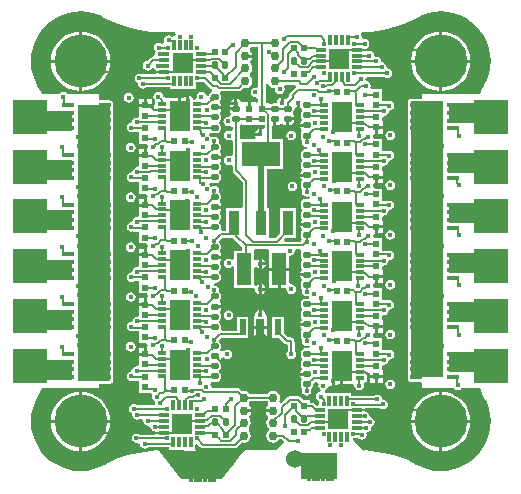
<source format=gbl>
G04*
G04 #@! TF.GenerationSoftware,Altium Limited,Altium Designer,24.6.1 (21)*
G04*
G04 Layer_Physical_Order=6*
G04 Layer_Color=16711680*
%FSLAX44Y44*%
%MOMM*%
G71*
G04*
G04 #@! TF.SameCoordinates,C8D772FE-2820-431E-A14A-531BD9A9DE4E*
G04*
G04*
G04 #@! TF.FilePolarity,Positive*
G04*
G01*
G75*
%ADD10C,0.2000*%
G04:AMPARAMS|DCode=13|XSize=0.4mm|YSize=0.95mm|CornerRadius=0.074mm|HoleSize=0mm|Usage=FLASHONLY|Rotation=90.000|XOffset=0mm|YOffset=0mm|HoleType=Round|Shape=RoundedRectangle|*
%AMROUNDEDRECTD13*
21,1,0.4000,0.8020,0,0,90.0*
21,1,0.2520,0.9500,0,0,90.0*
1,1,0.1480,0.4010,0.1260*
1,1,0.1480,0.4010,-0.1260*
1,1,0.1480,-0.4010,-0.1260*
1,1,0.1480,-0.4010,0.1260*
%
%ADD13ROUNDEDRECTD13*%
%ADD17R,0.5600X0.6000*%
%ADD36R,3.0000X3.0000*%
%ADD37C,1.5240*%
%ADD38C,4.5000*%
%ADD39C,0.4000*%
%ADD46R,0.8000X0.3000*%
%ADD47R,1.7500X2.5500*%
%ADD48R,1.2400X2.7300*%
%ADD49R,0.9500X2.1500*%
%ADD50R,3.2500X2.1500*%
G04:AMPARAMS|DCode=51|XSize=0.6mm|YSize=0.54mm|CornerRadius=0.1431mm|HoleSize=0mm|Usage=FLASHONLY|Rotation=0.000|XOffset=0mm|YOffset=0mm|HoleType=Round|Shape=RoundedRectangle|*
%AMROUNDEDRECTD51*
21,1,0.6000,0.2538,0,0,0.0*
21,1,0.3138,0.5400,0,0,0.0*
1,1,0.2862,0.1569,-0.1269*
1,1,0.2862,-0.1569,-0.1269*
1,1,0.2862,-0.1569,0.1269*
1,1,0.2862,0.1569,0.1269*
%
%ADD51ROUNDEDRECTD51*%
%ADD52R,0.6000X0.5600*%
%ADD53R,0.5700X1.4000*%
%ADD54R,0.6500X1.4000*%
%ADD55R,1.8000X1.8000*%
%ADD56R,0.3000X0.9000*%
%ADD57R,0.3000X0.3000*%
%ADD58R,0.9000X0.3000*%
G04:AMPARAMS|DCode=59|XSize=0.6mm|YSize=0.54mm|CornerRadius=0.1431mm|HoleSize=0mm|Usage=FLASHONLY|Rotation=270.000|XOffset=0mm|YOffset=0mm|HoleType=Round|Shape=RoundedRectangle|*
%AMROUNDEDRECTD59*
21,1,0.6000,0.2538,0,0,270.0*
21,1,0.3138,0.5400,0,0,270.0*
1,1,0.2862,-0.1269,-0.1569*
1,1,0.2862,-0.1269,0.1569*
1,1,0.2862,0.1269,0.1569*
1,1,0.2862,0.1269,-0.1569*
%
%ADD59ROUNDEDRECTD59*%
%ADD60C,0.7620*%
%ADD61C,0.5000*%
%ADD62R,3.0612X2.3273*%
%ADD63R,3.1916X2.4376*%
%ADD64R,2.8000X23.4250*%
%ADD65R,3.2925X1.6980*%
G36*
X56239Y402731D02*
X61639Y401657D01*
X66853Y399887D01*
X70824Y397929D01*
X70824Y397929D01*
X71456Y397553D01*
X72588Y397017D01*
X80605Y393226D01*
X90133Y389817D01*
X99950Y387357D01*
X109961Y385873D01*
X120069Y385376D01*
Y385441D01*
X130414D01*
X130644Y385165D01*
X131088Y384000D01*
X129957Y382173D01*
X128302Y381733D01*
X126979Y382617D01*
X125419Y382928D01*
X123858Y382617D01*
X122535Y381733D01*
X121651Y380410D01*
X121340Y378849D01*
X121641Y377337D01*
X121650Y377286D01*
X121479Y376721D01*
X119705Y375784D01*
X119162Y375962D01*
X118591Y376343D01*
X117030Y376654D01*
X115469Y376343D01*
X114146Y375459D01*
X113262Y374136D01*
X112952Y372575D01*
X113262Y371015D01*
X114146Y369692D01*
X114565Y369412D01*
X113888Y368398D01*
X113577Y366837D01*
X112374Y364910D01*
X112090Y364841D01*
X111194Y364663D01*
X110202Y364000D01*
X110202Y364000D01*
X107232Y361030D01*
X105980Y360781D01*
X104657Y359897D01*
X103773Y358573D01*
X103462Y357013D01*
X103773Y355452D01*
X104657Y354129D01*
X105980Y353245D01*
X107541Y352934D01*
X109102Y353245D01*
X110425Y354129D01*
X110884Y354816D01*
X111295Y354925D01*
X112965Y354866D01*
X113106Y354816D01*
X113657Y353992D01*
X114523Y353414D01*
Y349724D01*
X102865D01*
X102061Y350261D01*
X100500Y350572D01*
X98939Y350261D01*
X97616Y349377D01*
X96732Y348054D01*
X96422Y346493D01*
X96732Y344933D01*
X97616Y343609D01*
X98939Y342725D01*
X99558Y342602D01*
X99414Y341879D01*
X99725Y340318D01*
X100609Y338995D01*
X101932Y338111D01*
X103493Y337800D01*
X105053Y338111D01*
X106115Y338820D01*
X126063D01*
Y337337D01*
X148063D01*
Y343337D01*
X153063D01*
Y343337D01*
X155004Y343196D01*
X160333Y337867D01*
X161326Y337204D01*
X161927Y337084D01*
X161927Y335045D01*
X161294Y334919D01*
X160159Y334161D01*
X159401Y333026D01*
X159182Y331927D01*
X159116Y331883D01*
X158981Y331682D01*
X156858Y332104D01*
X156768Y332560D01*
X155884Y333883D01*
X154560Y334767D01*
X153000Y335078D01*
X151439Y334767D01*
X150116Y333883D01*
X149232Y332560D01*
X148921Y330999D01*
X149064Y330280D01*
X147784Y328280D01*
X145867D01*
X145820Y328517D01*
Y330070D01*
X144963D01*
X144740Y330405D01*
X143238Y331408D01*
X142737Y331508D01*
Y327132D01*
X140197D01*
Y331508D01*
X139695Y331408D01*
X138193Y330405D01*
X137970Y330070D01*
X135800D01*
Y314780D01*
X133260D01*
Y330070D01*
X123240D01*
Y330070D01*
X121423Y330513D01*
X120497Y331439D01*
X120268Y332591D01*
X119384Y333914D01*
X118061Y334798D01*
X116500Y335108D01*
X114939Y334798D01*
X113616Y333914D01*
X112732Y332591D01*
X112422Y331030D01*
X112732Y329469D01*
X113530Y328275D01*
Y323820D01*
X112990D01*
Y319840D01*
X112955Y319810D01*
X110955Y320734D01*
Y322213D01*
X105415D01*
X99875D01*
Y318143D01*
X100415D01*
Y314770D01*
X98415Y313177D01*
X98360Y313188D01*
X96799Y312878D01*
X95476Y311994D01*
X94592Y310670D01*
X93780Y308904D01*
X92219Y308593D01*
X90896Y307709D01*
X90012Y306386D01*
X89702Y304825D01*
X90012Y303265D01*
X90896Y301942D01*
X92219Y301057D01*
X93780Y300747D01*
X95033Y300996D01*
X95106Y300982D01*
X95106Y300982D01*
X100401D01*
Y291018D01*
X106629D01*
X108040Y289018D01*
X107952Y288575D01*
X106671Y287114D01*
Y281339D01*
X105401D01*
Y280069D01*
X99861D01*
Y275999D01*
X100401D01*
Y272884D01*
X98530Y271217D01*
X96969Y270907D01*
X95646Y270023D01*
X94762Y268700D01*
X94744Y268610D01*
X93879Y266953D01*
X92536Y266515D01*
X92219Y266452D01*
X90896Y265568D01*
X90012Y264245D01*
X89702Y262684D01*
X90012Y261124D01*
X90896Y259801D01*
X92219Y258916D01*
X93780Y258606D01*
X95033Y258855D01*
X95106Y258841D01*
X95106Y258841D01*
X100401D01*
Y248839D01*
X106342D01*
X107954Y246839D01*
X107952Y246825D01*
X108009Y246538D01*
X106671Y244735D01*
Y239198D01*
X105401D01*
Y237928D01*
X99861D01*
Y233858D01*
X100401D01*
Y230831D01*
X98530Y229164D01*
X96969Y228853D01*
X95646Y227969D01*
X94762Y226646D01*
X94744Y226556D01*
X93879Y224899D01*
X92536Y224462D01*
X92219Y224399D01*
X90896Y223515D01*
X90012Y222192D01*
X89702Y220631D01*
X90012Y219070D01*
X90896Y217747D01*
X92219Y216863D01*
X93780Y216552D01*
X95033Y216802D01*
X95106Y216787D01*
X95106Y216787D01*
X100401D01*
Y206721D01*
X106348D01*
X107780Y204721D01*
X107702Y204325D01*
X107705Y204310D01*
X106671Y203027D01*
Y196970D01*
X105401D01*
Y195700D01*
X99861D01*
Y191630D01*
X100401D01*
Y188603D01*
X98530Y186936D01*
X96969Y186625D01*
X95646Y185741D01*
X94762Y184418D01*
X94682Y184014D01*
X94013Y182635D01*
X92599Y181919D01*
X92219Y181843D01*
X90896Y180959D01*
X90012Y179636D01*
X89702Y178075D01*
X90012Y176515D01*
X90896Y175191D01*
X92219Y174307D01*
X93780Y173997D01*
X95341Y174307D01*
X96078Y174800D01*
X100282D01*
Y164458D01*
X106589D01*
X108028Y162458D01*
X107952Y162075D01*
X106671Y160686D01*
Y154916D01*
X105401D01*
Y153646D01*
X99861D01*
Y149576D01*
X100401D01*
Y146462D01*
X98530Y144795D01*
X96969Y144484D01*
X95646Y143600D01*
X94762Y142277D01*
X94744Y142187D01*
X93879Y140530D01*
X92536Y140093D01*
X92219Y140030D01*
X90896Y139145D01*
X90012Y137822D01*
X89702Y136262D01*
X90012Y134701D01*
X90896Y133378D01*
X92219Y132494D01*
X93780Y132183D01*
X95033Y132433D01*
X95106Y132418D01*
X95106Y132418D01*
X100387D01*
Y122405D01*
X106387D01*
X107968Y120405D01*
X107952Y120325D01*
X106671Y118799D01*
Y113025D01*
X105401D01*
Y111755D01*
X99861D01*
Y107685D01*
X100401D01*
Y104237D01*
X98401Y102643D01*
X98348Y102654D01*
X96787Y102343D01*
X95464Y101459D01*
X94580Y100136D01*
X94569Y100081D01*
X93780Y98199D01*
X92219Y97889D01*
X90896Y97005D01*
X90012Y95681D01*
X89702Y94121D01*
X90012Y92560D01*
X90896Y91237D01*
X92219Y90353D01*
X93780Y90042D01*
X95033Y90292D01*
X95106Y90277D01*
X95106Y90277D01*
X100401D01*
Y80195D01*
X109919D01*
X111102Y78723D01*
X111118Y78698D01*
X111204Y78418D01*
X110922Y77000D01*
X111232Y75439D01*
X112116Y74116D01*
X113415Y73248D01*
X113456Y73140D01*
X113813Y71119D01*
X112549Y69634D01*
X98152D01*
X97091Y70343D01*
X95530Y70654D01*
X93969Y70343D01*
X92646Y69459D01*
X91762Y68136D01*
X91452Y66575D01*
X91762Y65015D01*
X92646Y63692D01*
X93969Y62807D01*
X94664Y62669D01*
X94422Y61450D01*
X94732Y59890D01*
X95616Y58566D01*
X96939Y57682D01*
X98500Y57372D01*
X100061Y57682D01*
X101122Y58392D01*
X102370D01*
X103979Y56392D01*
X103975Y56370D01*
X104285Y54810D01*
X105169Y53487D01*
X106492Y52603D01*
X107890Y52325D01*
X109780Y51575D01*
X110090Y50015D01*
X110975Y48692D01*
X112298Y47807D01*
X113858Y47497D01*
X113990Y47389D01*
Y44846D01*
X100909D01*
X100884Y44884D01*
X99561Y45768D01*
X98000Y46078D01*
X96439Y45768D01*
X95116Y44884D01*
X94232Y43561D01*
X93922Y42000D01*
X94232Y40439D01*
X95116Y39116D01*
X96439Y38232D01*
X98000Y37922D01*
X99110Y38142D01*
X100472Y37284D01*
X100968Y36767D01*
X101232Y35439D01*
X102116Y34116D01*
X103439Y33232D01*
X105000Y32922D01*
X106561Y33232D01*
X107622Y33941D01*
X125530D01*
Y32075D01*
X138570D01*
X139177Y30075D01*
X138750Y29790D01*
X137747Y28289D01*
X137647Y27787D01*
X142023D01*
Y25247D01*
X137647D01*
X137747Y24746D01*
X138311Y23902D01*
X138599Y22517D01*
X138311Y21132D01*
X137747Y20289D01*
X137647Y19787D01*
X142023D01*
Y17247D01*
X137647D01*
X137747Y16746D01*
X138750Y15244D01*
Y13790D01*
X137747Y12289D01*
X137647Y11787D01*
X142023D01*
Y9247D01*
X137647D01*
X137747Y8746D01*
X138250Y7993D01*
X138231Y7797D01*
X137297Y7294D01*
X136161Y7171D01*
X117946Y30291D01*
X117807Y30409D01*
X117706Y30561D01*
X117357Y30794D01*
X117038Y31066D01*
X117038Y31066D01*
X116865Y31123D01*
X116714Y31224D01*
X116712Y31224D01*
X116302Y31306D01*
X115904Y31435D01*
X115664Y31432D01*
X115543Y31457D01*
X115406Y31429D01*
X115407Y31396D01*
X115376Y31394D01*
X109961Y31128D01*
X99950Y29643D01*
X90133Y27184D01*
X80605Y23774D01*
X72601Y19989D01*
X71456Y19448D01*
X71451Y19444D01*
X70824Y19072D01*
X66853Y17113D01*
X61639Y15344D01*
X56239Y14270D01*
X50745Y13909D01*
X45251Y14270D01*
X39851Y15344D01*
X34638Y17113D01*
X29700Y19549D01*
X25122Y22607D01*
X20982Y26238D01*
X17352Y30377D01*
X14294Y34955D01*
X11858Y39893D01*
X10089Y45106D01*
X9014Y50506D01*
X8654Y56000D01*
X9014Y61494D01*
X10089Y66894D01*
X11858Y72108D01*
X13817Y76079D01*
X13817Y76079D01*
X14193Y76712D01*
X14728Y77843D01*
X17640Y84000D01*
X66428Y84000D01*
Y88055D01*
X76103D01*
X76883Y88210D01*
X77545Y88652D01*
X77987Y89313D01*
X78142Y90094D01*
Y324344D01*
X77991Y325103D01*
Y325113D01*
X77778Y326182D01*
X77173Y327089D01*
X76266Y327694D01*
X75197Y327907D01*
X67177D01*
X66428Y328522D01*
Y333000D01*
X39388D01*
X38914Y333709D01*
X37591Y334593D01*
X36030Y334904D01*
X34469Y334593D01*
X33146Y333709D01*
X32672Y333000D01*
X17640D01*
X14728Y339158D01*
X14193Y340288D01*
X13817Y340922D01*
X13817Y340922D01*
X11858Y344893D01*
X10089Y350106D01*
X9015Y355506D01*
X8655Y361000D01*
X9015Y366494D01*
X10089Y371894D01*
X11858Y377108D01*
X14294Y382046D01*
X17352Y386623D01*
X20983Y390763D01*
X25122Y394393D01*
X29700Y397452D01*
X34638Y399887D01*
X39851Y401657D01*
X45251Y402731D01*
X50745Y403091D01*
X56239Y402731D01*
D02*
G37*
G36*
X361239D02*
X366639Y401657D01*
X371853Y399887D01*
X376791Y397452D01*
X381368Y394393D01*
X385508Y390763D01*
X389138Y386623D01*
X392197Y382046D01*
X394632Y377108D01*
X396402Y371894D01*
X397476Y366494D01*
X397836Y361000D01*
X397476Y355506D01*
X396402Y350106D01*
X394632Y344893D01*
X392674Y340922D01*
X392673Y340922D01*
X392298Y340289D01*
X391763Y339158D01*
X388850Y333000D01*
X340102Y333000D01*
Y329271D01*
X329872D01*
X329092Y329116D01*
X328430Y328674D01*
X327988Y328012D01*
X327833Y327232D01*
Y283015D01*
X327790Y282796D01*
Y280276D01*
X327833Y280057D01*
Y276514D01*
X327790Y276296D01*
Y273776D01*
X327833Y273557D01*
Y270014D01*
X327790Y269796D01*
Y267276D01*
X327833Y267057D01*
Y263514D01*
X327790Y263296D01*
Y260776D01*
X327833Y260557D01*
Y92982D01*
X327988Y92201D01*
X328064Y92088D01*
X328252Y91143D01*
X328857Y90237D01*
X329764Y89631D01*
X330833Y89418D01*
X338853D01*
X340102Y87628D01*
Y84000D01*
X366860D01*
X367116Y83616D01*
X368439Y82732D01*
X370000Y82422D01*
X371561Y82732D01*
X372884Y83616D01*
X373140Y84000D01*
X388851D01*
X391756Y77856D01*
X392298Y76712D01*
X392673Y76079D01*
X392674D01*
X394632Y72108D01*
X396402Y66894D01*
X397476Y61494D01*
X397836Y56000D01*
X397476Y50506D01*
X396402Y45106D01*
X394632Y39893D01*
X392197Y34955D01*
X389138Y30377D01*
X385508Y26238D01*
X381368Y22607D01*
X376791Y19549D01*
X371853Y17113D01*
X366639Y15344D01*
X361239Y14270D01*
X355745Y13909D01*
X350251Y14270D01*
X344851Y15344D01*
X339638Y17113D01*
X335667Y19072D01*
Y19072D01*
X335034Y19448D01*
X333903Y19983D01*
X325885Y23775D01*
X316357Y27184D01*
X306540Y29643D01*
X296530Y31128D01*
X291114Y31394D01*
X291083Y31396D01*
X291085Y31429D01*
X290947Y31457D01*
X290826Y31432D01*
X290587Y31435D01*
X290188Y31306D01*
X282494Y39000D01*
X282356D01*
X281201Y41000D01*
X281765Y41977D01*
X284956D01*
X284956Y41977D01*
X286738Y41451D01*
X287439Y40982D01*
X289000Y40672D01*
X290561Y40982D01*
X291884Y41866D01*
X292768Y43189D01*
X293078Y44750D01*
X292768Y46311D01*
X293531Y46627D01*
X294061Y46732D01*
X295384Y47616D01*
X296268Y48939D01*
X296578Y50500D01*
X296371Y51545D01*
X297311Y51732D01*
X298634Y52616D01*
X299518Y53939D01*
X299828Y55500D01*
X299518Y57061D01*
X298634Y58384D01*
X297311Y59268D01*
X295750Y59578D01*
X294957Y61460D01*
X294873Y61880D01*
X293989Y63203D01*
X292666Y64087D01*
X291496Y64320D01*
Y67114D01*
X304607D01*
X305254Y66682D01*
X306815Y66371D01*
X308375Y66682D01*
X309699Y67566D01*
X310583Y68889D01*
X310893Y70450D01*
X310583Y72010D01*
X309699Y73333D01*
X308375Y74217D01*
X308025Y74287D01*
X306078Y74750D01*
X305768Y76311D01*
X304884Y77634D01*
X303561Y78518D01*
X302000Y78828D01*
X300439Y78518D01*
X299378Y77809D01*
X279956D01*
Y79977D01*
X258169D01*
X257414Y80381D01*
X257361Y80468D01*
X257635Y82562D01*
X258958Y83446D01*
X259842Y84769D01*
X259994Y85534D01*
X261949Y86407D01*
X262053Y86411D01*
X262792Y85917D01*
X263293Y85817D01*
Y90194D01*
X265833D01*
Y85817D01*
X266335Y85917D01*
X267837Y86921D01*
X268345Y87682D01*
X270657D01*
Y102972D01*
X273197D01*
Y87682D01*
X281284D01*
X282422Y86295D01*
X282732Y84735D01*
X283616Y83412D01*
X284939Y82528D01*
X286500Y82217D01*
X288061Y82528D01*
X289384Y83412D01*
X290268Y84735D01*
X290578Y86295D01*
X290344Y87472D01*
X291071Y88835D01*
X291594Y89472D01*
X292927D01*
Y93932D01*
X293467D01*
Y97916D01*
X293516Y97957D01*
X295516Y97034D01*
Y95542D01*
X301056D01*
Y94272D01*
D01*
Y95542D01*
X306596D01*
Y99612D01*
X306056D01*
Y102782D01*
X307500Y103967D01*
X309061Y104277D01*
X310384Y105162D01*
X311268Y106485D01*
X311286Y106574D01*
X312151Y108232D01*
X313493Y108669D01*
X313811Y108732D01*
X315134Y109616D01*
X316018Y110939D01*
X316328Y112500D01*
X316018Y114061D01*
X315134Y115384D01*
X313811Y116268D01*
X312250Y116578D01*
X310997Y116329D01*
X310924Y116344D01*
X310924Y116344D01*
X306056D01*
Y126735D01*
X299686D01*
X298075Y128735D01*
X298078Y128750D01*
X298014Y129073D01*
X299481Y131073D01*
X299786D01*
Y136413D01*
X301056D01*
Y137683D01*
X306596D01*
Y141753D01*
X306056D01*
Y144923D01*
X307500Y146108D01*
X309061Y146419D01*
X310384Y147303D01*
X311268Y148626D01*
X311286Y148715D01*
X312151Y150373D01*
X313493Y150810D01*
X313811Y150873D01*
X315134Y151757D01*
X316018Y153080D01*
X316328Y154641D01*
X316018Y156202D01*
X315134Y157525D01*
X313811Y158409D01*
X312250Y158719D01*
X310997Y158470D01*
X310924Y158485D01*
X310924Y158485D01*
X306056D01*
Y168896D01*
X299799D01*
X298078Y170500D01*
X297954Y171127D01*
X299278Y173127D01*
X299786D01*
Y178467D01*
X301056D01*
Y179737D01*
X306596D01*
Y183807D01*
X306056D01*
Y186976D01*
X307500Y188162D01*
X309061Y188472D01*
X310384Y189356D01*
X311268Y190679D01*
X311286Y190769D01*
X312151Y192426D01*
X313493Y192864D01*
X313811Y192927D01*
X315134Y193811D01*
X316018Y195134D01*
X316328Y196695D01*
X316018Y198255D01*
X315134Y199578D01*
X313811Y200462D01*
X312250Y200773D01*
X310997Y200524D01*
X310924Y200538D01*
X310924Y200538D01*
X306056D01*
Y210948D01*
X299912D01*
X298318Y212948D01*
X298328Y213000D01*
X298258Y213355D01*
X299710Y215355D01*
X299786D01*
Y220695D01*
X301056D01*
Y221965D01*
X306596D01*
Y226035D01*
X306056D01*
Y229205D01*
X307500Y230390D01*
X309061Y230700D01*
X310384Y231584D01*
X311268Y232908D01*
X311348Y233312D01*
X312017Y234690D01*
X313431Y235406D01*
X313811Y235482D01*
X315134Y236366D01*
X316018Y237689D01*
X316328Y239250D01*
X316018Y240811D01*
X315134Y242134D01*
X313811Y243018D01*
X312250Y243328D01*
X310689Y243018D01*
X309952Y242525D01*
X306056D01*
Y253183D01*
X299652D01*
X298065Y255183D01*
X298078Y255250D01*
X298029Y255496D01*
X299533Y257496D01*
X299786D01*
Y262836D01*
X301056D01*
Y264106D01*
X306596D01*
Y268176D01*
X306056D01*
Y271346D01*
X307500Y272531D01*
X309061Y272841D01*
X310384Y273725D01*
X311268Y275048D01*
X311286Y275138D01*
X312151Y276796D01*
X313493Y277233D01*
X313811Y277296D01*
X315134Y278180D01*
X316018Y279503D01*
X316328Y281064D01*
X316018Y282624D01*
X315134Y283948D01*
X313811Y284832D01*
X312250Y285142D01*
X310997Y284893D01*
X310924Y284907D01*
X310924Y284907D01*
X306056D01*
Y295352D01*
X299790D01*
X298078Y297000D01*
X297952Y297637D01*
X299271Y299637D01*
X299786D01*
Y304977D01*
X301056D01*
Y306247D01*
X306596D01*
Y310317D01*
X306056D01*
Y312956D01*
X307682Y314672D01*
X309243Y314982D01*
X310566Y315866D01*
X311450Y317189D01*
X311461Y317244D01*
X312250Y319126D01*
X313811Y319437D01*
X315134Y320321D01*
X316018Y321644D01*
X316328Y323205D01*
X316018Y324765D01*
X315134Y326088D01*
X313811Y326973D01*
X312250Y327283D01*
X310997Y327034D01*
X310924Y327048D01*
X310924Y327048D01*
X306056D01*
Y337541D01*
X297588D01*
X297255Y337775D01*
X296119Y339541D01*
X296260Y340250D01*
X295950Y341811D01*
X295066Y343134D01*
X293743Y344018D01*
X293531Y344060D01*
X291828Y345750D01*
X293481Y347691D01*
X307878D01*
X308939Y346982D01*
X310500Y346672D01*
X312061Y346982D01*
X313384Y347866D01*
X314268Y349189D01*
X314578Y350750D01*
X314268Y352311D01*
X313384Y353634D01*
X312061Y354518D01*
X310500Y354828D01*
X309688Y356706D01*
X309518Y357561D01*
X308634Y358884D01*
X307311Y359768D01*
X305750Y360078D01*
X305230Y360598D01*
X305260Y360750D01*
X304950Y362311D01*
X304066Y363634D01*
X302743Y364518D01*
X301182Y364828D01*
X299345Y365742D01*
X299215Y366321D01*
X299018Y367311D01*
X298134Y368634D01*
X296811Y369518D01*
X295250Y369828D01*
X294418Y369663D01*
X292997Y371113D01*
Y371170D01*
X293345Y372339D01*
X294134Y372866D01*
X295018Y374189D01*
X295328Y375750D01*
X295018Y377311D01*
X294134Y378634D01*
X292811Y379518D01*
X291250Y379828D01*
X290506Y379680D01*
X288891Y380999D01*
X288773Y381219D01*
X288828Y381500D01*
X288518Y383061D01*
X288249Y383463D01*
X289266Y385516D01*
X296529Y385873D01*
X306540Y387357D01*
X316357Y389817D01*
X325885Y393226D01*
X333889Y397011D01*
X335034Y397553D01*
X335039Y397556D01*
X335667Y397929D01*
X339638Y399887D01*
X344851Y401657D01*
X350251Y402731D01*
X355745Y403091D01*
X361239Y402731D01*
D02*
G37*
G36*
X201341Y339871D02*
X199341Y338551D01*
X198705Y338678D01*
X197144Y338367D01*
X195821Y337483D01*
X194937Y336160D01*
X194626Y334599D01*
X194937Y333039D01*
X195821Y331716D01*
X197144Y330832D01*
X198705Y330521D01*
X199341Y330648D01*
X201341Y329328D01*
Y327388D01*
X199341Y325910D01*
X198975Y326021D01*
Y326021D01*
X198975Y326021D01*
X194705D01*
Y320681D01*
X192165D01*
Y326021D01*
X188309D01*
X187895Y326021D01*
X186233Y326836D01*
X185273Y328273D01*
X183771Y329276D01*
X183270Y329376D01*
Y324999D01*
X182000D01*
Y323729D01*
X177300D01*
X177126Y323469D01*
X176818Y321920D01*
X182435D01*
Y319380D01*
X176818D01*
X177126Y317832D01*
X178003Y316518D01*
X177818Y315585D01*
X175875Y314034D01*
X175650Y314078D01*
X174090Y313768D01*
X172767Y312884D01*
X171882Y311561D01*
X171572Y310000D01*
X171882Y308439D01*
X172767Y307116D01*
X174090Y306232D01*
X175650Y305922D01*
X177211Y306232D01*
X177376Y306342D01*
X179376Y305273D01*
Y302960D01*
X177690Y301853D01*
X177376Y301805D01*
X176000Y302078D01*
X174439Y301768D01*
X173116Y300884D01*
X172232Y299561D01*
X171922Y298000D01*
X172232Y296439D01*
X173116Y295116D01*
X174439Y294232D01*
X176000Y293922D01*
X177376Y294195D01*
X177690Y294147D01*
X179376Y293040D01*
Y281960D01*
X177690Y280853D01*
X177376Y280805D01*
X176000Y281078D01*
X174439Y280768D01*
X173116Y279884D01*
X172232Y278561D01*
X171922Y277000D01*
X172232Y275439D01*
X173116Y274116D01*
X174439Y273232D01*
X176000Y272922D01*
X177376Y273195D01*
X177690Y273147D01*
X179376Y272040D01*
Y268494D01*
X179376Y268494D01*
X179609Y267323D01*
X180272Y266331D01*
X187941Y258662D01*
Y238640D01*
X187327Y236895D01*
X173827D01*
Y217454D01*
X170934D01*
X169266Y219213D01*
X169262Y219349D01*
Y221756D01*
X168996Y223094D01*
X168238Y224229D01*
Y225344D01*
X168996Y226479D01*
X169262Y227817D01*
Y230355D01*
X168996Y231694D01*
X168633Y233405D01*
X169511Y234718D01*
X169819Y236267D01*
X164202D01*
Y238807D01*
X169819D01*
X169511Y240355D01*
X168633Y241668D01*
X169002Y243529D01*
X169269Y244867D01*
Y247405D01*
X169002Y248744D01*
X168244Y249879D01*
X167869Y250130D01*
X168108Y251335D01*
X167798Y252896D01*
X166914Y254219D01*
X165591Y255103D01*
X164030Y255414D01*
X162469Y255103D01*
X161372Y254370D01*
X160550Y255600D01*
X159945Y256004D01*
X159755Y256745D01*
X160709Y257605D01*
X161475Y258089D01*
X162626Y257860D01*
X165764D01*
X167103Y258127D01*
X168238Y258885D01*
X168996Y260020D01*
X169262Y261358D01*
Y263896D01*
X168996Y265235D01*
X168238Y266370D01*
Y267485D01*
X168996Y268620D01*
X169262Y269958D01*
Y272496D01*
X168996Y273835D01*
X168633Y275546D01*
X169511Y276859D01*
X169819Y278407D01*
X164202D01*
Y280947D01*
X169819D01*
X169511Y282496D01*
X168633Y283809D01*
X169002Y285670D01*
X169269Y287008D01*
Y289546D01*
X169002Y290885D01*
X168244Y292020D01*
X167884Y292261D01*
X168108Y293389D01*
X167798Y294950D01*
X166914Y296273D01*
X165591Y297157D01*
X164030Y297467D01*
X162469Y297157D01*
X161438Y296468D01*
X160635Y297670D01*
X159687Y298303D01*
X159150Y299373D01*
X160970Y300480D01*
X161287Y300267D01*
X162626Y300001D01*
X165764D01*
X167103Y300267D01*
X168238Y301026D01*
X168996Y302161D01*
X169262Y303499D01*
Y306037D01*
X168996Y307376D01*
X168238Y308511D01*
Y309626D01*
X168996Y310761D01*
X169262Y312099D01*
Y314637D01*
X168996Y315976D01*
X168633Y317686D01*
X169511Y319000D01*
X169819Y320548D01*
X164202D01*
Y323088D01*
X169819D01*
X169511Y324637D01*
X168633Y325950D01*
X169002Y327811D01*
X169269Y329149D01*
Y331687D01*
X169002Y333026D01*
X168670Y333524D01*
X169509Y335476D01*
X169556Y335524D01*
X184583D01*
X184583Y335524D01*
X185753Y335757D01*
X186746Y336420D01*
X188667Y338341D01*
X190000Y338076D01*
X192267Y338527D01*
X194189Y339811D01*
X195473Y341733D01*
X195924Y344000D01*
X195473Y346267D01*
X194189Y348189D01*
X194026Y348297D01*
Y350703D01*
X194189Y350811D01*
X195473Y352733D01*
X195924Y355000D01*
X195473Y357267D01*
X194850Y358199D01*
X194578Y360422D01*
X195982Y362522D01*
X196222Y363730D01*
X190000D01*
Y366270D01*
X196222D01*
X195982Y367478D01*
X194578Y369578D01*
X194189Y369838D01*
Y371010D01*
X194389Y372110D01*
X194944Y372941D01*
X201341D01*
Y339871D01*
D02*
G37*
G36*
X209527Y341733D02*
X210811Y339811D01*
X212733Y338527D01*
X215000Y338076D01*
X215540Y336144D01*
X215632Y335681D01*
X216516Y334358D01*
X217839Y333474D01*
X219400Y333164D01*
X220960Y333474D01*
X222284Y334358D01*
X223168Y335681D01*
X223478Y337242D01*
X223168Y338803D01*
X223075Y338941D01*
X224144Y340941D01*
X232147D01*
X232754Y338941D01*
X232337Y338663D01*
X232337Y338663D01*
X228099Y334425D01*
X227436Y333433D01*
X227203Y332262D01*
X227204Y332262D01*
Y331165D01*
X225258Y329220D01*
X224798Y329265D01*
X223296Y330269D01*
X222794Y330368D01*
Y325992D01*
X220254D01*
Y330368D01*
X219753Y330269D01*
X218251Y329265D01*
X217248Y327764D01*
X216896Y325992D01*
X214971Y325417D01*
X213745D01*
X212406Y325151D01*
X211400Y324479D01*
X210721Y324628D01*
X209400Y325192D01*
Y325481D01*
X207459D01*
Y341880D01*
X209459Y342077D01*
X209527Y341733D01*
D02*
G37*
G36*
X236269Y321623D02*
X236771Y321723D01*
X238060Y320178D01*
X238207Y319957D01*
Y318843D01*
X237449Y317708D01*
X237183Y316369D01*
Y313831D01*
X237449Y312492D01*
X237818Y310782D01*
X236940Y309468D01*
X236632Y307920D01*
X242250D01*
Y305380D01*
X236632D01*
X236940Y303832D01*
X237818Y302518D01*
X237449Y300658D01*
X237183Y299319D01*
Y296781D01*
X237449Y295442D01*
X238207Y294307D01*
X238251Y294089D01*
X238232Y294061D01*
X237922Y292500D01*
X238232Y290939D01*
X239116Y289616D01*
X240439Y288732D01*
X242000Y288422D01*
X242645Y287793D01*
X242026Y286326D01*
X240681D01*
X239342Y286060D01*
X238207Y285302D01*
X237449Y284167D01*
X237183Y282828D01*
Y280290D01*
X237449Y278951D01*
X238207Y277817D01*
Y276702D01*
X237449Y275567D01*
X237183Y274228D01*
Y271690D01*
X237449Y270351D01*
X237818Y268641D01*
X236940Y267327D01*
X236632Y265779D01*
X242250D01*
Y263239D01*
X236632D01*
X236940Y261691D01*
X237818Y260377D01*
X237449Y258517D01*
X237183Y257178D01*
Y254640D01*
X237449Y253301D01*
X238207Y252167D01*
X238251Y251948D01*
X238232Y251920D01*
X237922Y250359D01*
X238232Y248798D01*
X239116Y247475D01*
X240439Y246591D01*
X242000Y246281D01*
X243561Y246591D01*
X243581Y246604D01*
X244122Y246722D01*
X244643Y246061D01*
X244080Y244779D01*
X243575Y244185D01*
X240681D01*
X239342Y243919D01*
X238207Y243161D01*
X237449Y242026D01*
X237183Y240687D01*
Y238149D01*
X237449Y236810D01*
X238207Y235676D01*
Y234561D01*
X237449Y233426D01*
X237183Y232087D01*
Y229549D01*
X237449Y228211D01*
X237818Y226500D01*
X236940Y225187D01*
X236632Y223638D01*
X242250D01*
Y221098D01*
X236632D01*
X236940Y219550D01*
X237818Y218236D01*
X237449Y216376D01*
X237183Y215037D01*
Y212499D01*
X237449Y211161D01*
X238207Y210026D01*
X237647Y208192D01*
X237515Y208059D01*
X223429D01*
X222664Y209907D01*
X224152Y211395D01*
X233326D01*
Y236895D01*
X219827D01*
Y215721D01*
X215415Y211309D01*
X212291D01*
X210326Y211395D01*
Y236895D01*
X208165D01*
Y269395D01*
X221826D01*
Y294895D01*
X212709D01*
Y305882D01*
X213745Y306733D01*
X214044D01*
Y312050D01*
X216584D01*
Y306733D01*
X216883D01*
X218432Y307041D01*
X219746Y307918D01*
X221593D01*
X222906Y307041D01*
X224455Y306733D01*
X224754D01*
Y312050D01*
X226024D01*
Y313320D01*
X231642D01*
X231334Y314869D01*
X230456Y316182D01*
X230825Y318043D01*
X231092Y319381D01*
Y320745D01*
X233092Y321814D01*
X233228Y321723D01*
X233729Y321623D01*
Y325999D01*
X236269D01*
Y321623D01*
D02*
G37*
G36*
X188435Y307181D02*
Y307181D01*
X198435D01*
Y307181D01*
X199400Y307181D01*
Y307181D01*
X206591D01*
Y304466D01*
X204893Y303356D01*
X204591Y303312D01*
X204270Y303376D01*
Y299000D01*
X203000D01*
Y297730D01*
X198624D01*
X198723Y297229D01*
X198946Y296895D01*
X197877Y294895D01*
X185494D01*
Y306687D01*
X185726Y306983D01*
X186435Y307433D01*
X188435Y307181D01*
D02*
G37*
G36*
X179810Y211232D02*
X187309Y203733D01*
Y200650D01*
X180950D01*
Y193391D01*
X178950Y192785D01*
X178884Y192884D01*
X177561Y193768D01*
X176000Y194078D01*
X174439Y193768D01*
X173116Y192884D01*
X172232Y191561D01*
X171922Y190000D01*
X172232Y188439D01*
X173116Y187116D01*
X174439Y186232D01*
X176000Y185922D01*
X177561Y186232D01*
X178884Y187116D01*
X178950Y187215D01*
X180950Y186609D01*
Y169350D01*
X196600D01*
X198160Y168160D01*
X198413Y167790D01*
X198723Y166229D01*
X199727Y164727D01*
X201229Y163723D01*
X201730Y163624D01*
Y168000D01*
Y172376D01*
X201229Y172277D01*
X199727Y171273D01*
X199350Y170709D01*
X197350Y171316D01*
Y186285D01*
X199350Y186891D01*
X199697Y186373D01*
X201198Y185369D01*
X201700Y185270D01*
Y189646D01*
Y194022D01*
X201198Y193922D01*
X199697Y192919D01*
X199350Y192400D01*
X197350Y193007D01*
Y200650D01*
X198815Y201941D01*
X208421D01*
X210110Y201190D01*
Y186270D01*
X227590D01*
Y196068D01*
X228021Y196422D01*
X229582Y196732D01*
X230905Y197616D01*
X231789Y198939D01*
X232099Y200500D01*
X233282Y201941D01*
X236476D01*
X237545Y199941D01*
X237449Y199798D01*
X237183Y198459D01*
Y195921D01*
X237449Y194582D01*
X238207Y193447D01*
Y192333D01*
X237449Y191198D01*
X237183Y189859D01*
Y187321D01*
X237449Y185982D01*
X237818Y184272D01*
X236940Y182958D01*
X236632Y181410D01*
X242250D01*
Y178870D01*
X236632D01*
X236940Y177322D01*
X237818Y176008D01*
X237449Y174148D01*
X237183Y172809D01*
Y170271D01*
X237449Y168932D01*
X238207Y167797D01*
X238251Y167579D01*
X238232Y167551D01*
X237922Y165990D01*
X238232Y164429D01*
X239116Y163106D01*
X240439Y162222D01*
X242000Y161912D01*
X243561Y162222D01*
X244036Y162357D01*
X244525Y161802D01*
X244075Y160591D01*
X243533Y159903D01*
X240681D01*
X239342Y159637D01*
X238207Y158879D01*
X237449Y157744D01*
X237183Y156405D01*
Y153867D01*
X237449Y152529D01*
X238207Y151394D01*
Y150279D01*
X237449Y149144D01*
X237183Y147805D01*
Y145267D01*
X237449Y143929D01*
X237818Y142218D01*
X236940Y140905D01*
X236632Y139356D01*
X242250D01*
Y136816D01*
X236632D01*
X236940Y135268D01*
X237818Y133954D01*
X237449Y132094D01*
X237183Y130755D01*
Y128217D01*
X237449Y126879D01*
X238207Y125744D01*
X238251Y125525D01*
X238232Y125497D01*
X237922Y123936D01*
X238232Y122376D01*
X239116Y121053D01*
X240439Y120168D01*
X242000Y119858D01*
X243561Y120168D01*
X243581Y120182D01*
X244122Y120299D01*
X244643Y119638D01*
X244080Y118357D01*
X243575Y117763D01*
X240681D01*
X239342Y117496D01*
X238207Y116738D01*
X237449Y115603D01*
X237183Y114264D01*
Y111726D01*
X237449Y110388D01*
X238207Y109253D01*
Y108138D01*
X237449Y107003D01*
X237183Y105665D01*
Y103126D01*
X237449Y101788D01*
X237818Y100077D01*
X236940Y98764D01*
X236632Y97215D01*
X242250D01*
Y94675D01*
X236632D01*
X236940Y93127D01*
X237818Y91813D01*
X237449Y89953D01*
X237183Y88615D01*
Y86076D01*
X237449Y84738D01*
X238207Y83603D01*
X238251Y83384D01*
X238232Y83356D01*
X237922Y81795D01*
X238232Y80235D01*
X239116Y78912D01*
X240439Y78028D01*
X242000Y77717D01*
X243561Y78028D01*
X244884Y78912D01*
X245768Y80235D01*
X246078Y81795D01*
X245786Y83264D01*
X246293Y83603D01*
X247051Y84738D01*
X247317Y86076D01*
Y87787D01*
X248949Y89419D01*
X250927Y89472D01*
X251986Y87911D01*
X252223Y87472D01*
X251996Y86330D01*
X252306Y84769D01*
X253190Y83446D01*
X253878Y82987D01*
X253333Y80946D01*
X252439Y80768D01*
X251116Y79884D01*
X250232Y78561D01*
X249922Y77000D01*
X250232Y75439D01*
X251116Y74116D01*
X252439Y73232D01*
X252956Y73129D01*
Y69763D01*
X250956Y69303D01*
X249181Y71078D01*
X248188Y71741D01*
X247018Y71974D01*
X247018Y71974D01*
X244881D01*
Y73915D01*
X239688D01*
X237275Y76328D01*
X236283Y76991D01*
X235112Y77224D01*
X235112Y77224D01*
X227649D01*
X226478Y76991D01*
X225486Y76328D01*
X225486Y76328D01*
X220233Y71075D01*
X220114Y71102D01*
X219005Y73033D01*
X219473Y73733D01*
X219924Y76000D01*
X219473Y78267D01*
X218189Y80189D01*
X216267Y81473D01*
X214000Y81924D01*
X211733Y81473D01*
X209811Y80189D01*
X209056Y79059D01*
X193944D01*
X193189Y80189D01*
X191267Y81473D01*
X189000Y81924D01*
X187667Y81659D01*
X186338Y82988D01*
X185345Y83651D01*
X184175Y83884D01*
X184174Y83884D01*
X162541D01*
X161358Y85325D01*
X161048Y86886D01*
X160400Y87855D01*
X160770Y88567D01*
X161539Y89513D01*
X162626Y89297D01*
X165764D01*
X167103Y89563D01*
X168238Y90321D01*
X168996Y91456D01*
X169262Y92795D01*
Y95333D01*
X168996Y96671D01*
X168238Y97806D01*
Y98921D01*
X168996Y100056D01*
X169262Y101395D01*
Y103933D01*
X168996Y105272D01*
X168633Y106982D01*
X169511Y108295D01*
X169819Y109845D01*
Y109954D01*
X171819Y110560D01*
X172116Y110116D01*
X173439Y109232D01*
X175000Y108922D01*
X176561Y109232D01*
X177884Y110116D01*
X178768Y111439D01*
X179078Y113000D01*
X178768Y114561D01*
X177884Y115884D01*
X176561Y116768D01*
X175000Y117078D01*
X173439Y116768D01*
X172116Y115884D01*
X171952Y115638D01*
X169560Y115484D01*
X168851Y116341D01*
X169002Y117106D01*
X169269Y118445D01*
Y120983D01*
X169002Y122322D01*
X168244Y123456D01*
X168908Y125377D01*
X170222Y126691D01*
X186150D01*
X186150Y126691D01*
X186446Y126750D01*
X192850D01*
Y144750D01*
X183150D01*
Y132809D01*
X170723D01*
X170676Y132830D01*
X169237Y134809D01*
X169262Y134936D01*
Y137474D01*
X168996Y138812D01*
X168238Y139947D01*
Y141062D01*
X168996Y142197D01*
X169262Y143536D01*
Y146074D01*
X168996Y147412D01*
X168633Y149123D01*
X169511Y150436D01*
X169819Y151985D01*
X164202D01*
Y154525D01*
X169819D01*
X169511Y156073D01*
X168633Y157387D01*
X169002Y159247D01*
X169269Y160586D01*
Y163124D01*
X169002Y164462D01*
X168244Y165597D01*
X167884Y165838D01*
X168108Y166966D01*
X167798Y168527D01*
X166914Y169850D01*
X165591Y170734D01*
X164030Y171045D01*
X163718Y171087D01*
X163380Y171491D01*
X163737Y172605D01*
X164701Y173491D01*
X165764D01*
X167103Y173757D01*
X168238Y174516D01*
X168996Y175651D01*
X169262Y176989D01*
Y179527D01*
X168996Y180866D01*
X168238Y182001D01*
Y183116D01*
X168996Y184251D01*
X169262Y185589D01*
Y188127D01*
X168996Y189466D01*
X168654Y191021D01*
X169532Y192334D01*
X169840Y193883D01*
X164223D01*
Y196423D01*
X169840D01*
X169532Y197971D01*
X168654Y199284D01*
X169023Y201145D01*
X169289Y202484D01*
Y205021D01*
X169023Y206360D01*
X168265Y207495D01*
X168732Y209484D01*
X170585Y211336D01*
X176826D01*
X176826Y211336D01*
X177122Y211395D01*
X179701D01*
X179810Y211232D01*
D02*
G37*
G36*
X209611Y72110D02*
X209811Y71010D01*
Y69838D01*
X209422Y69578D01*
X208018Y67478D01*
X207778Y66270D01*
X214000D01*
Y63730D01*
X207778D01*
X208018Y62522D01*
X209422Y60422D01*
X209150Y58198D01*
X208527Y57267D01*
X208076Y55000D01*
X208527Y52733D01*
X209811Y50811D01*
X209974Y50703D01*
Y48297D01*
X209811Y48189D01*
X208527Y46267D01*
X208076Y44000D01*
X208527Y41733D01*
X209811Y39811D01*
X211733Y38527D01*
X214000Y38076D01*
X216267Y38527D01*
X218189Y39811D01*
X218944Y40941D01*
X221223D01*
X223488Y38676D01*
X216220Y31408D01*
X215822Y31538D01*
X215640Y31523D01*
X215461Y31559D01*
X191029D01*
X190851Y31523D01*
X190669Y31538D01*
X190270Y31408D01*
X189859Y31326D01*
X189707Y31225D01*
X189534Y31168D01*
X189215Y30896D01*
X188866Y30663D01*
X188765Y30512D01*
X188626Y30393D01*
X170515Y7405D01*
X168374Y7919D01*
X168300Y8289D01*
X167736Y9132D01*
X167448Y10517D01*
X167736Y11902D01*
X168300Y12746D01*
X168400Y13247D01*
X164023D01*
Y15787D01*
X168400D01*
X168300Y16289D01*
X167736Y17132D01*
X167297Y19244D01*
X168300Y20746D01*
X168400Y21247D01*
X164023D01*
Y23787D01*
X168400D01*
X168300Y24289D01*
X167660Y25247D01*
X162024D01*
Y26517D01*
X160753D01*
Y30893D01*
X160252Y30794D01*
X160023Y30641D01*
X159795Y30794D01*
X159293Y30893D01*
Y26517D01*
X156754D01*
Y30893D01*
X156252Y30794D01*
X156024Y30641D01*
X155795Y30794D01*
X155294Y30894D01*
Y26517D01*
X152753D01*
Y30894D01*
X152252Y30794D01*
X152023Y30641D01*
X151795Y30794D01*
X151293Y30894D01*
Y26517D01*
X148753D01*
Y31277D01*
X147530Y32533D01*
X147530Y32534D01*
Y35921D01*
X149530Y36750D01*
X152117Y34162D01*
X153110Y33499D01*
X154280Y33267D01*
X181325D01*
X181325Y33267D01*
X182496Y33499D01*
X183488Y34162D01*
X187667Y38341D01*
X189000Y38076D01*
X191267Y38527D01*
X193189Y39811D01*
X194473Y41733D01*
X194924Y44000D01*
X194473Y46267D01*
X193189Y48189D01*
X193026Y48297D01*
Y50703D01*
X193189Y50811D01*
X194473Y52733D01*
X194924Y55000D01*
X194473Y57267D01*
X193850Y58198D01*
X193578Y60422D01*
X194982Y62522D01*
X195222Y63730D01*
X189000D01*
Y66270D01*
X195222D01*
X194982Y67478D01*
X193578Y69578D01*
X193189Y69838D01*
Y71010D01*
X193389Y72110D01*
X193944Y72941D01*
X209056D01*
X209611Y72110D01*
D02*
G37*
%LPC*%
G36*
X52020Y386036D02*
Y362270D01*
X75786D01*
X75428Y365909D01*
X73996Y370629D01*
X71671Y374979D01*
X68542Y378792D01*
X64729Y381921D01*
X60379Y384246D01*
X55659Y385678D01*
X52020Y386036D01*
D02*
G37*
G36*
X49480D02*
X45841Y385678D01*
X41121Y384246D01*
X36771Y381921D01*
X32958Y378792D01*
X29829Y374979D01*
X27504Y370629D01*
X26072Y365909D01*
X25714Y362270D01*
X49480D01*
Y386036D01*
D02*
G37*
G36*
X75786Y359730D02*
X52020D01*
Y335964D01*
X55659Y336323D01*
X60379Y337754D01*
X64729Y340079D01*
X68542Y343209D01*
X71671Y347021D01*
X73996Y351371D01*
X75428Y356091D01*
X75786Y359730D01*
D02*
G37*
G36*
X49480D02*
X25714D01*
X26072Y356091D01*
X27504Y351371D01*
X29829Y347021D01*
X32958Y343209D01*
X36771Y340079D01*
X41121Y337754D01*
X45841Y336323D01*
X49480Y335964D01*
Y359730D01*
D02*
G37*
G36*
X91500Y334012D02*
X89939Y333702D01*
X88616Y332818D01*
X87732Y331494D01*
X87422Y329934D01*
X87732Y328373D01*
X88616Y327050D01*
X89939Y326166D01*
X91500Y325855D01*
X93061Y326166D01*
X94384Y327050D01*
X95268Y328373D01*
X95578Y329934D01*
X95268Y331494D01*
X94384Y332818D01*
X93061Y333702D01*
X91500Y334012D01*
D02*
G37*
G36*
X110955Y328823D02*
X106685D01*
Y324753D01*
X110955D01*
Y328823D01*
D02*
G37*
G36*
X104145D02*
X99875D01*
Y324753D01*
X104145D01*
Y328823D01*
D02*
G37*
G36*
X93250Y291871D02*
X91689Y291561D01*
X90366Y290677D01*
X89482Y289354D01*
X89171Y287793D01*
X89482Y286232D01*
X90366Y284909D01*
X91689Y284025D01*
X93250Y283715D01*
X94811Y284025D01*
X96134Y284909D01*
X97018Y286232D01*
X97328Y287793D01*
X97018Y289354D01*
X96134Y290677D01*
X94811Y291561D01*
X93250Y291871D01*
D02*
G37*
G36*
X104131Y286679D02*
X99861D01*
Y282609D01*
X104131D01*
Y286679D01*
D02*
G37*
G36*
X93250Y249818D02*
X91689Y249507D01*
X90366Y248623D01*
X89482Y247300D01*
X89171Y245739D01*
X89482Y244179D01*
X90366Y242855D01*
X91689Y241971D01*
X93250Y241661D01*
X94811Y241971D01*
X96134Y242855D01*
X97018Y244179D01*
X97328Y245739D01*
X97018Y247300D01*
X96134Y248623D01*
X94811Y249507D01*
X93250Y249818D01*
D02*
G37*
G36*
X104131Y244538D02*
X99861D01*
Y240468D01*
X104131D01*
Y244538D01*
D02*
G37*
G36*
X93250Y207589D02*
X91689Y207279D01*
X90366Y206395D01*
X89482Y205072D01*
X89171Y203511D01*
X89482Y201950D01*
X90366Y200627D01*
X91689Y199743D01*
X93250Y199433D01*
X94811Y199743D01*
X96134Y200627D01*
X97018Y201950D01*
X97328Y203511D01*
X97018Y205072D01*
X96134Y206395D01*
X94811Y207279D01*
X93250Y207589D01*
D02*
G37*
G36*
X104131Y202310D02*
X99861D01*
Y198240D01*
X104131D01*
Y202310D01*
D02*
G37*
G36*
X93250Y165448D02*
X91689Y165138D01*
X90366Y164254D01*
X89482Y162931D01*
X89171Y161370D01*
X89482Y159809D01*
X90366Y158486D01*
X91689Y157602D01*
X93250Y157292D01*
X94811Y157602D01*
X96134Y158486D01*
X97018Y159809D01*
X97328Y161370D01*
X97018Y162931D01*
X96134Y164254D01*
X94811Y165138D01*
X93250Y165448D01*
D02*
G37*
G36*
X104131Y160256D02*
X99861D01*
Y156186D01*
X104131D01*
Y160256D01*
D02*
G37*
G36*
X93250Y123308D02*
X91689Y122997D01*
X90366Y122113D01*
X89482Y120790D01*
X89171Y119229D01*
X89482Y117669D01*
X90366Y116345D01*
X91689Y115461D01*
X93250Y115151D01*
X94811Y115461D01*
X96134Y116345D01*
X97018Y117669D01*
X97328Y119229D01*
X97018Y120790D01*
X96134Y122113D01*
X94811Y122997D01*
X93250Y123308D01*
D02*
G37*
G36*
X104131Y118365D02*
X99861D01*
Y114295D01*
X104131D01*
Y118365D01*
D02*
G37*
G36*
X52020Y81036D02*
Y57270D01*
X75786D01*
X75428Y60909D01*
X73996Y65629D01*
X71671Y69979D01*
X68542Y73792D01*
X64729Y76921D01*
X60379Y79246D01*
X55659Y80678D01*
X52020Y81036D01*
D02*
G37*
G36*
X49480D02*
X45841Y80678D01*
X41121Y79246D01*
X36771Y76921D01*
X32958Y73792D01*
X29829Y69979D01*
X27504Y65629D01*
X26072Y60909D01*
X25714Y57270D01*
X49480D01*
Y81036D01*
D02*
G37*
G36*
X75786Y54730D02*
X52020D01*
Y30964D01*
X55659Y31322D01*
X60379Y32754D01*
X64729Y35079D01*
X68542Y38208D01*
X71671Y42021D01*
X73996Y46371D01*
X75428Y51091D01*
X75786Y54730D01*
D02*
G37*
G36*
X49480D02*
X25714D01*
X26072Y51091D01*
X27504Y46371D01*
X29829Y42021D01*
X32958Y38208D01*
X36771Y35079D01*
X41121Y32754D01*
X45841Y31322D01*
X49480Y30964D01*
Y54730D01*
D02*
G37*
G36*
X357020Y386036D02*
Y362270D01*
X380786D01*
X380428Y365909D01*
X378996Y370629D01*
X376671Y374979D01*
X373542Y378792D01*
X369729Y381921D01*
X365379Y384246D01*
X360659Y385678D01*
X357020Y386036D01*
D02*
G37*
G36*
X354480D02*
X350841Y385678D01*
X346121Y384246D01*
X341771Y381921D01*
X337958Y378792D01*
X334829Y374979D01*
X332504Y370629D01*
X331073Y365909D01*
X330714Y362270D01*
X354480D01*
Y386036D01*
D02*
G37*
G36*
X380786Y359730D02*
X357020D01*
Y335964D01*
X360659Y336323D01*
X365379Y337754D01*
X369729Y340079D01*
X373542Y343209D01*
X376671Y347021D01*
X378996Y351371D01*
X380428Y356091D01*
X380786Y359730D01*
D02*
G37*
G36*
X354480D02*
X330714D01*
X331073Y356091D01*
X332504Y351371D01*
X334829Y347021D01*
X337958Y343209D01*
X341771Y340079D01*
X346121Y337754D01*
X350841Y336323D01*
X354480Y335964D01*
Y359730D01*
D02*
G37*
G36*
X306596Y303707D02*
X302326D01*
Y299637D01*
X306596D01*
Y303707D01*
D02*
G37*
G36*
X312780Y302174D02*
X311219Y301864D01*
X309896Y300980D01*
X309012Y299657D01*
X308702Y298096D01*
X309012Y296535D01*
X309896Y295212D01*
X311219Y294328D01*
X312780Y294018D01*
X314341Y294328D01*
X315664Y295212D01*
X316548Y296535D01*
X316859Y298096D01*
X316548Y299657D01*
X315664Y300980D01*
X314341Y301864D01*
X312780Y302174D01*
D02*
G37*
G36*
X306596Y261566D02*
X302326D01*
Y257496D01*
X306596D01*
Y261566D01*
D02*
G37*
G36*
X312780Y260034D02*
X311219Y259723D01*
X309896Y258839D01*
X309012Y257516D01*
X308702Y255955D01*
X309012Y254394D01*
X309896Y253071D01*
X311219Y252187D01*
X312780Y251877D01*
X314341Y252187D01*
X315664Y253071D01*
X316548Y254394D01*
X316859Y255955D01*
X316548Y257516D01*
X315664Y258839D01*
X314341Y259723D01*
X312780Y260034D01*
D02*
G37*
G36*
X306596Y219425D02*
X302326D01*
Y215355D01*
X306596D01*
Y219425D01*
D02*
G37*
G36*
X312780Y217893D02*
X311219Y217582D01*
X309896Y216698D01*
X309012Y215375D01*
X308702Y213814D01*
X309012Y212254D01*
X309896Y210931D01*
X311219Y210046D01*
X312780Y209736D01*
X314341Y210046D01*
X315664Y210931D01*
X316548Y212254D01*
X316859Y213814D01*
X316548Y215375D01*
X315664Y216698D01*
X314341Y217582D01*
X312780Y217893D01*
D02*
G37*
G36*
X306596Y177197D02*
X302326D01*
Y173127D01*
X306596D01*
Y177197D01*
D02*
G37*
G36*
X312780Y175665D02*
X311219Y175354D01*
X309896Y174470D01*
X309012Y173147D01*
X308702Y171586D01*
X309012Y170025D01*
X309896Y168702D01*
X311219Y167818D01*
X312780Y167508D01*
X314341Y167818D01*
X315664Y168702D01*
X316548Y170025D01*
X316859Y171586D01*
X316548Y173147D01*
X315664Y174470D01*
X314341Y175354D01*
X312780Y175665D01*
D02*
G37*
G36*
X306596Y135143D02*
X302326D01*
Y131073D01*
X306596D01*
Y135143D01*
D02*
G37*
G36*
X312780Y133611D02*
X311219Y133300D01*
X309896Y132416D01*
X309012Y131093D01*
X308702Y129532D01*
X309012Y127972D01*
X309896Y126649D01*
X311219Y125765D01*
X312780Y125454D01*
X314341Y125765D01*
X315664Y126649D01*
X316548Y127972D01*
X316859Y129532D01*
X316548Y131093D01*
X315664Y132416D01*
X314341Y133300D01*
X312780Y133611D01*
D02*
G37*
G36*
X306596Y93002D02*
X302326D01*
Y88932D01*
X306596D01*
Y93002D01*
D02*
G37*
G36*
X299786D02*
X295516D01*
Y88932D01*
X299786D01*
Y93002D01*
D02*
G37*
G36*
X312780Y91470D02*
X311219Y91159D01*
X309896Y90275D01*
X309012Y88952D01*
X308702Y87392D01*
X309012Y85831D01*
X309896Y84508D01*
X311219Y83624D01*
X312780Y83313D01*
X314341Y83624D01*
X315664Y84508D01*
X316548Y85831D01*
X316859Y87392D01*
X316548Y88952D01*
X315664Y90275D01*
X314341Y91159D01*
X312780Y91470D01*
D02*
G37*
G36*
X357020Y81036D02*
Y57270D01*
X380786D01*
X380428Y60909D01*
X378996Y65629D01*
X376671Y69979D01*
X373542Y73792D01*
X369729Y76921D01*
X365379Y79246D01*
X360659Y80678D01*
X357020Y81036D01*
D02*
G37*
G36*
X354480D02*
X350841Y80678D01*
X346121Y79246D01*
X341771Y76921D01*
X337958Y73792D01*
X334829Y69979D01*
X332504Y65629D01*
X331073Y60909D01*
X330714Y57270D01*
X354480D01*
Y81036D01*
D02*
G37*
G36*
X380786Y54730D02*
X357020D01*
Y30964D01*
X360659Y31322D01*
X365379Y32754D01*
X369729Y35079D01*
X373542Y38208D01*
X376671Y42021D01*
X378996Y46371D01*
X380428Y51091D01*
X380786Y54730D01*
D02*
G37*
G36*
X354480D02*
X330714D01*
X331073Y51091D01*
X332504Y46371D01*
X334829Y42021D01*
X337958Y38208D01*
X341771Y35079D01*
X346121Y32754D01*
X350841Y31322D01*
X354480Y30964D01*
Y54730D01*
D02*
G37*
G36*
X180730Y329376D02*
X180228Y329276D01*
X178727Y328273D01*
X177723Y326771D01*
X177623Y326269D01*
X180730D01*
Y329376D01*
D02*
G37*
G36*
X231642Y310780D02*
X227294D01*
Y306733D01*
X227593D01*
X229143Y307041D01*
X230456Y307918D01*
X231334Y309232D01*
X231642Y310780D01*
D02*
G37*
G36*
X229000Y302078D02*
X227439Y301768D01*
X226116Y300884D01*
X225232Y299561D01*
X224922Y298000D01*
X225232Y296439D01*
X226116Y295116D01*
X227439Y294232D01*
X229000Y293922D01*
X230561Y294232D01*
X231884Y295116D01*
X232768Y296439D01*
X233078Y298000D01*
X232768Y299561D01*
X231884Y300884D01*
X230561Y301768D01*
X229000Y302078D01*
D02*
G37*
G36*
X230000Y259078D02*
X228439Y258768D01*
X227116Y257884D01*
X226232Y256561D01*
X225922Y255000D01*
X226232Y253439D01*
X227116Y252116D01*
X228439Y251232D01*
X230000Y250922D01*
X231561Y251232D01*
X232884Y252116D01*
X233768Y253439D01*
X234078Y255000D01*
X233768Y256561D01*
X232884Y257884D01*
X231561Y258768D01*
X230000Y259078D01*
D02*
G37*
G36*
X201730Y303376D02*
X201229Y303277D01*
X199727Y302273D01*
X198723Y300771D01*
X198624Y300270D01*
X201730D01*
Y303376D01*
D02*
G37*
G36*
X204240Y194022D02*
Y190916D01*
X207346D01*
X207246Y191417D01*
X206243Y192919D01*
X204741Y193922D01*
X204240Y194022D01*
D02*
G37*
G36*
X207346Y188376D02*
X204240D01*
Y185270D01*
X204741Y185369D01*
X206243Y186373D01*
X207246Y187874D01*
X207346Y188376D01*
D02*
G37*
G36*
X204270Y172376D02*
Y169270D01*
X207376D01*
X207277Y169771D01*
X206273Y171273D01*
X204771Y172277D01*
X204270Y172376D01*
D02*
G37*
G36*
X217580Y183730D02*
X210110D01*
Y168810D01*
X217580D01*
Y183730D01*
D02*
G37*
G36*
X227590D02*
X220120D01*
Y168810D01*
X224257D01*
X224922Y168000D01*
X225232Y166439D01*
X226116Y165116D01*
X227439Y164232D01*
X229000Y163922D01*
X230561Y164232D01*
X231884Y165116D01*
X232768Y166439D01*
X233078Y168000D01*
X232768Y169561D01*
X231884Y170884D01*
X230561Y171768D01*
X229000Y172078D01*
X227590Y173235D01*
Y183730D01*
D02*
G37*
G36*
X207376Y166730D02*
X204270D01*
Y163624D01*
X204771Y163723D01*
X206273Y164727D01*
X207277Y166229D01*
X207376Y166730D01*
D02*
G37*
G36*
X204270Y150376D02*
Y146000D01*
X201730D01*
Y150376D01*
X201229Y150277D01*
X199727Y149273D01*
X198723Y147771D01*
X198371Y146000D01*
X197788Y145290D01*
X197210D01*
Y137020D01*
X199750D01*
Y142750D01*
X206250D01*
Y137020D01*
X208790D01*
Y145290D01*
X208212D01*
X207629Y146000D01*
X207277Y147771D01*
X206273Y149273D01*
X204771Y150277D01*
X204270Y150376D01*
D02*
G37*
G36*
X176000Y150078D02*
X174439Y149768D01*
X173116Y148884D01*
X172232Y147561D01*
X171922Y146000D01*
X172232Y144439D01*
X173116Y143116D01*
X174439Y142232D01*
X176000Y141922D01*
X177561Y142232D01*
X178884Y143116D01*
X179768Y144439D01*
X180078Y146000D01*
X179768Y147561D01*
X178884Y148884D01*
X177561Y149768D01*
X176000Y150078D01*
D02*
G37*
G36*
X208790Y134480D02*
X206250D01*
Y130500D01*
X208790Y127960D01*
Y134480D01*
D02*
G37*
G36*
X199750D02*
X197210D01*
Y127960D01*
X199750Y130500D01*
Y134480D01*
D02*
G37*
G36*
X222850Y144750D02*
X213150D01*
Y126750D01*
X218524D01*
X223054Y122220D01*
X223054Y122220D01*
X224047Y121557D01*
X225217Y121324D01*
X225941Y119585D01*
Y115622D01*
X225232Y114561D01*
X224922Y113000D01*
X225232Y111439D01*
X226116Y110116D01*
X227439Y109232D01*
X229000Y108922D01*
X230561Y109232D01*
X231884Y110116D01*
X232768Y111439D01*
X233078Y113000D01*
X232768Y114561D01*
X232059Y115622D01*
Y123211D01*
X232059Y123211D01*
X231826Y124382D01*
X231163Y125374D01*
X231163Y125374D01*
X229991Y126546D01*
X228999Y127209D01*
X227828Y127442D01*
X227828Y127442D01*
X226484D01*
X222850Y131076D01*
Y144750D01*
D02*
G37*
G36*
X163293Y30893D02*
Y27787D01*
X166400D01*
X166300Y28289D01*
X165297Y29790D01*
X163795Y30794D01*
X163293Y30893D01*
D02*
G37*
%LPD*%
D10*
X149103Y187931D02*
X149530D01*
X150030Y187430D01*
X162857D01*
X118389Y167071D02*
X123067D01*
X119530Y198357D02*
X119562Y198389D01*
X98893Y183220D02*
X119480D01*
X118603Y193431D02*
X119103Y192931D01*
X119480Y183220D02*
X119530Y183270D01*
X129103Y192931D02*
X134103Y187931D01*
X119103Y192931D02*
X129103D01*
X162857Y187430D02*
X163780Y186507D01*
X104974Y187931D02*
X119103D01*
X98530Y182857D02*
X98893Y183220D01*
X163780Y203557D02*
X163905Y203682D01*
X163480Y203557D02*
X163780D01*
X157853Y197931D02*
X163480Y203557D01*
X149103Y197931D02*
X157853D01*
X157118Y182769D02*
X157280Y182607D01*
X149265Y182769D02*
X157118D01*
X149103Y182931D02*
X149265Y182769D01*
X163768Y177919D02*
X163780Y177907D01*
X149115Y177919D02*
X163768D01*
X149103Y177931D02*
X149115Y177919D01*
X119562Y198389D02*
Y203782D01*
X122103Y168034D02*
X123067Y167071D01*
X122103Y168034D02*
Y177430D01*
X121603Y177931D02*
X122103Y177430D01*
X119103Y177931D02*
X121603D01*
X114174Y193431D02*
X118603D01*
X110974Y196630D02*
X114174Y193431D01*
X104974Y196630D02*
X110974D01*
X189150Y185000D02*
X190368Y186218D01*
Y205000D01*
X36030Y330825D02*
X36354Y330502D01*
Y324853D02*
Y330502D01*
X37354Y323853D02*
X39688D01*
X36354Y324853D02*
X37354Y323853D01*
X163905Y119400D02*
Y124700D01*
X168955Y129750D02*
X186150D01*
X188000Y131600D02*
Y135750D01*
X186150Y129750D02*
X188000Y131600D01*
X164030Y124825D02*
X168955Y129750D01*
X252846Y285478D02*
X253228Y285095D01*
Y283627D02*
X254106Y282750D01*
X253228Y283627D02*
Y285095D01*
X218000Y131600D02*
Y135750D01*
Y131600D02*
X225217Y124383D01*
X227828D01*
X229000Y123211D01*
Y113000D02*
Y123211D01*
X242000Y165990D02*
X242125Y166115D01*
X242000Y250359D02*
X242125Y250484D01*
X261073Y293332D02*
X266835D01*
X261504Y251622D02*
X266404D01*
X253614Y244106D02*
X253997Y243723D01*
X248750Y234718D02*
X248912Y234557D01*
X242262Y239407D02*
X256915D01*
X248750Y276859D02*
X248912Y276697D01*
X242262Y281547D02*
X256915D01*
X243173Y272036D02*
X256427D01*
X242000Y292500D02*
X242125Y292625D01*
X248177Y261536D02*
X256927D01*
X242550Y255909D02*
X248177Y261536D01*
X261073Y208963D02*
X266835D01*
X253250Y200677D02*
X253633Y200294D01*
X243173Y229895D02*
X256427D01*
X242000Y123936D02*
X242125Y124061D01*
X248177Y135113D02*
X256927D01*
X242550Y129486D02*
X248177Y135113D01*
X261073Y166910D02*
X266835D01*
X261098Y124675D02*
X266741D01*
X254106Y118174D02*
X254476Y118545D01*
X248750Y150436D02*
X248912Y150275D01*
X242262Y112984D02*
X256915D01*
X248177Y303677D02*
X256927D01*
X242550Y298050D02*
X248177Y303677D01*
X286500Y297880D02*
Y303250D01*
X291939Y290591D02*
X291944Y290596D01*
X293459Y297000D02*
X294000D01*
X286927Y313677D02*
X301056D01*
X311709Y281064D02*
X312250D01*
X254106Y160315D02*
X254338Y160548D01*
X243173Y103472D02*
X256427D01*
X243173Y187667D02*
X256427D01*
X248750Y192490D02*
X248912Y192328D01*
X242262Y197178D02*
X256915D01*
X210500Y369000D02*
X214500Y365000D01*
X215000D01*
X210000Y369000D02*
X210500D01*
X190000Y376000D02*
X204400D01*
X215000D01*
X204400Y320681D02*
Y376000D01*
X204315Y320666D02*
X204615D01*
X173125Y369065D02*
X178678Y374617D01*
X179617D02*
X180000Y375000D01*
X173125Y368865D02*
Y369065D01*
X178678Y374617D02*
X179617D01*
X173598Y70598D02*
X178000Y75000D01*
X173598Y66613D02*
Y70598D01*
X223000Y380000D02*
X223172D01*
X225172Y382000D02*
X254050D01*
X223172Y380000D02*
X225172Y382000D01*
X254050D02*
X257000Y379050D01*
Y375750D02*
Y379050D01*
X235145Y377250D02*
X236463Y375932D01*
X227681Y377250D02*
X235145D01*
X237460Y341999D02*
X242156D01*
X248058Y347901D01*
X234500Y336500D02*
X251307D01*
X254000Y360750D02*
X264750D01*
X247876D02*
X254000D01*
X223242Y351999D02*
X226363Y355121D01*
X223000Y351999D02*
X223242D01*
X230262Y329898D02*
Y332262D01*
X226024Y325660D02*
X230262Y329898D01*
X163905Y330122D02*
X164202Y330418D01*
X163905Y330105D02*
Y330122D01*
X226024Y320650D02*
Y325660D01*
X125419Y378849D02*
X125960D01*
X235459Y344000D02*
X237460Y341999D01*
X230262Y332262D02*
X234500Y336500D01*
X226363Y355121D02*
Y366750D01*
X215314Y320650D02*
Y320666D01*
X226009D01*
X204615D02*
X215314D01*
X157118Y309192D02*
X157280Y309030D01*
X191000Y214000D02*
X196750Y208250D01*
X190368Y205000D02*
X238782D01*
X242125Y208343D01*
X182470Y312015D02*
X193435D01*
X216682Y208250D02*
X226576Y218145D01*
X196750Y208250D02*
X216682D01*
X193435Y312015D02*
X204365D01*
X181973Y213395D02*
X190368Y205000D01*
X164502Y111114D02*
X176365Y99250D01*
X164202Y111114D02*
X164502D01*
X176365Y99250D02*
X193000D01*
X150049Y78443D02*
X150223Y78268D01*
X153239Y73075D02*
X154989Y74825D01*
X155530D01*
X144530Y73075D02*
X153239D01*
X142098Y76825D02*
X146294D01*
X147911Y78443D02*
X150049D01*
X146294Y76825D02*
X147911Y78443D01*
X266741Y124675D02*
X266835Y124769D01*
X224190Y61524D02*
X231381Y68715D01*
X224000Y52000D02*
X224190Y52190D01*
Y61524D01*
X214000Y55930D02*
X221385Y63315D01*
X214000Y55000D02*
Y55930D01*
X221385Y63315D02*
Y67901D01*
X231381Y68715D02*
Y68915D01*
X226363Y366750D02*
X231413Y371800D01*
Y372000D01*
X152055Y258139D02*
X152469Y257725D01*
X154084D01*
X154467Y257342D01*
X139195Y250416D02*
X144957D01*
X151924Y258139D02*
X152055D01*
X152030Y56575D02*
X152295Y56840D01*
X158008D01*
X162135Y60967D01*
X155530Y62075D02*
X158068Y64613D01*
X152530Y62075D02*
X155530D01*
X152030Y61575D02*
X152530Y62075D01*
X173529Y55718D02*
Y56017D01*
X168579Y60967D02*
X173529Y56017D01*
X162135Y60967D02*
X168579D01*
X164890Y66404D02*
Y66613D01*
X158068Y64613D02*
X163098D01*
X164890Y66404D01*
X245571Y55477D02*
X253456D01*
X242844Y52750D02*
X245571Y55477D01*
X236400Y52750D02*
X242844D01*
X231450Y57700D02*
X236400Y52750D01*
X231450Y57700D02*
Y58000D01*
X241880Y49090D02*
X244569D01*
X245956Y50477D02*
X253456D01*
X244569Y49090D02*
X245956Y50477D01*
X181661Y68661D02*
X189000Y76000D01*
X181661Y53092D02*
Y68661D01*
X173598Y45028D02*
X181661Y53092D01*
X173598Y44828D02*
Y45028D01*
X146414Y82768D02*
X153473D01*
X155416Y80825D01*
X184175D01*
X189000Y76000D01*
X242876Y355750D02*
X247876Y360750D01*
X236433Y355750D02*
X242876D01*
X231483Y360700D02*
X236433Y355750D01*
X231483Y360700D02*
Y361000D01*
X241913Y352000D02*
X243723D01*
X240113Y350200D02*
X241913Y352000D01*
X243723D02*
X247473Y355750D01*
X254000D01*
X129063Y378337D02*
X129563Y377837D01*
X125960Y378849D02*
X126472Y378337D01*
X129563Y374837D02*
Y377837D01*
X126472Y378337D02*
X129063D01*
X151924Y302685D02*
X153044Y301565D01*
Y299161D02*
Y301565D01*
Y299161D02*
X153436Y298768D01*
X151924Y258139D02*
Y260998D01*
X153436Y298768D02*
X153958D01*
X151924Y302685D02*
Y303139D01*
X189000Y76000D02*
X214000D01*
X215000Y344000D02*
X235459D01*
X266456Y65477D02*
X284456D01*
X334638D02*
X344114Y56000D01*
X284456Y65477D02*
X334638D01*
X344114Y56000D02*
X355750D01*
X121574Y351848D02*
X139574D01*
X62386Y361000D02*
X71549Y351837D01*
X121563D01*
X50750Y361000D02*
X62386D01*
X256190Y339973D02*
X258444D01*
X255807Y339591D02*
X256190Y339973D01*
X258444D02*
X258971Y340500D01*
X263932D01*
X252716Y335091D02*
X260691D01*
X251307Y336500D02*
X252716Y335091D01*
X260691D02*
X261022Y335422D01*
X204615Y320666D02*
X208154Y317127D01*
X208236D02*
X209650Y315713D01*
X203577Y282145D02*
X209650Y288218D01*
X208154Y317127D02*
X208236D01*
X209650Y288218D02*
Y315713D01*
X226009Y320666D02*
X226024Y320650D01*
X182435Y312050D02*
X182470Y312015D01*
X204365D02*
X204400Y311981D01*
X191000Y214000D02*
Y259929D01*
X182435Y268494D02*
X191000Y259929D01*
X182435Y268494D02*
Y312050D01*
X226576Y218145D02*
Y224145D01*
X181973Y213395D02*
Y222749D01*
X180576Y224145D02*
X181973Y222749D01*
X163905Y203682D02*
Y208982D01*
X176826Y214395D02*
X180576Y218145D01*
X164030Y209107D02*
X169318Y214395D01*
X180576Y218145D02*
Y224145D01*
X169318Y214395D02*
X176826D01*
X188000Y183850D02*
X189150Y185000D01*
X139457Y81852D02*
X144957D01*
X138807Y82502D02*
X139457Y81852D01*
X222490Y44000D02*
X227490Y39000D01*
X214000Y44000D02*
X222490D01*
X227490Y39000D02*
X235000D01*
X254000Y77000D02*
X256456Y74544D01*
Y70477D02*
Y74544D01*
X221385Y67901D02*
X227649Y74165D01*
X235112D01*
X238281Y70715D02*
Y70997D01*
X235112Y74165D02*
X238281Y70997D01*
Y70715D02*
X240081Y68915D01*
X182628Y48628D02*
X189000Y55000D01*
X182628Y44875D02*
Y48628D01*
X177330Y39578D02*
X182628Y44875D01*
X169866Y39578D02*
X177330D01*
X168452Y40992D02*
X169866Y39578D01*
X168452Y40992D02*
Y41075D01*
X164898Y44628D02*
X168452Y41075D01*
X164898Y44628D02*
Y44828D01*
X154280Y36325D02*
X181325D01*
X189000Y44000D01*
X221901Y371470D02*
X227681Y377250D01*
X240113Y372000D02*
Y372200D01*
X236463Y375850D02*
X240113Y372200D01*
X236463Y375850D02*
Y375932D01*
X221901Y361901D02*
Y371470D01*
X215000Y355000D02*
X221901Y361901D01*
X171792Y348616D02*
X173125D01*
Y347283D02*
X181925Y356082D01*
Y367925D02*
X190000Y376000D01*
X173125Y347083D02*
Y347283D01*
X181925Y356082D02*
Y367925D01*
X184583Y338583D02*
X190000Y344000D01*
X168047Y338583D02*
X184583D01*
X166600Y340030D02*
X168047Y338583D01*
X162496Y340030D02*
X166600D01*
X155689Y346837D02*
X162496Y340030D01*
X149563Y346837D02*
X155689D01*
X155777Y351646D02*
X160063D01*
X163298Y348411D02*
X164425D01*
X155574Y351848D02*
X155777Y351646D01*
X160063D02*
X163298Y348411D01*
X176857Y341833D02*
X190000Y354975D01*
X167979Y343247D02*
X169393Y341833D01*
X167979Y343247D02*
Y343329D01*
X164425Y346883D02*
X167979Y343329D01*
X164425Y346883D02*
Y347083D01*
X169393Y341833D02*
X176857D01*
X190000Y354975D02*
Y355000D01*
X249750Y372000D02*
X251000Y370750D01*
X240113Y372000D02*
X249750D01*
X251000Y370750D02*
X254000D01*
X261073Y335473D02*
X267427D01*
X267650Y335250D01*
X153195Y174765D02*
X153578Y174382D01*
X153195Y174765D02*
Y175445D01*
X139622Y165707D02*
X144523D01*
X151924Y176717D02*
X153195Y175445D01*
X139195Y166134D02*
X139622Y165707D01*
X139816Y123372D02*
X144336D01*
X139195Y123993D02*
X139816Y123372D01*
X114480Y122234D02*
X115955D01*
X119103Y135790D02*
X121603D01*
X118650Y124930D02*
X123067D01*
X115955Y122234D02*
X118650Y124930D01*
X112030Y120325D02*
X112571D01*
X114480Y122234D01*
X112030Y162075D02*
X112571D01*
X114571Y164075D01*
X115394D02*
X118389Y167071D01*
X114571Y164075D02*
X115394D01*
X119103Y155790D02*
X119530Y156216D01*
Y161847D01*
X119103Y113649D02*
X119530Y114075D01*
Y119446D01*
X98500Y61450D02*
X120905D01*
X108053Y56370D02*
X108155Y56473D01*
X120927D01*
X104974Y145790D02*
X119103D01*
X118280Y71575D02*
X123030Y76325D01*
X118211Y80211D02*
X120489D01*
X115000Y77000D02*
X118211Y80211D01*
X119103Y93649D02*
X121603D01*
X113617Y83383D02*
X114000Y83000D01*
X106185Y83383D02*
X113617D01*
X104979Y84589D02*
X106185Y83383D01*
X99389Y99075D02*
X119530D01*
X120905Y61450D02*
X121030Y61575D01*
X93780Y94121D02*
X94321D01*
X98348Y98575D02*
X98889D01*
X94321Y94121D02*
X95106Y93336D01*
X98889Y98575D02*
X99389Y99075D01*
X104974Y103649D02*
X119103D01*
X120927Y56473D02*
X121030Y56575D01*
X95530Y66575D02*
X124030D01*
X114858Y51575D02*
X121030D01*
X106000Y37000D02*
X128530D01*
X99212Y41788D02*
X123818D01*
X128530Y35825D02*
Y37000D01*
X99000Y42000D02*
X99212Y41788D01*
X123818D02*
X124030Y41575D01*
X50280Y56325D02*
X61916D01*
X71665Y46575D02*
X121030D01*
X61916Y56325D02*
X71665Y46575D01*
X121030D02*
X131280D01*
X163143D02*
X164890Y44828D01*
X152030Y46575D02*
X163143D01*
X171811Y46607D02*
Y47539D01*
Y46607D02*
X173590Y44828D01*
X164280Y54591D02*
X165947Y56259D01*
Y56025D02*
Y56259D01*
Y54399D02*
Y56025D01*
Y54399D02*
X171550Y48796D01*
Y47800D02*
Y48796D01*
Y47800D02*
X171811Y47539D01*
X164929Y55718D02*
X165639D01*
X165947Y56025D01*
X139574Y361848D02*
X152563D01*
X160384Y361837D02*
X161662Y363115D01*
X168106D02*
X173056Y358165D01*
X152563Y361837D02*
X160384D01*
X161662Y363115D02*
X168106D01*
X173056Y357865D02*
Y358165D01*
X112571Y288575D02*
X114794Y290798D01*
X112030Y288575D02*
X112571D01*
X98360Y309110D02*
X98742Y309492D01*
X101393D01*
X119530Y282639D02*
Y288009D01*
X104974Y295289D02*
X104979Y295293D01*
X114794Y290798D02*
X115955D01*
X118650Y293493D01*
X123067D01*
X119103Y282212D02*
X119530Y282639D01*
X104979Y295293D02*
X114086D01*
X119103Y304353D02*
X121603D01*
X114086Y295293D02*
X114091Y295298D01*
X103493Y341879D02*
X129063D01*
X129574Y342390D01*
X100672Y346665D02*
X124391D01*
X104974Y230159D02*
X119103D01*
X119514Y240159D02*
X120014Y240659D01*
Y246352D01*
X114403Y248657D02*
X115955D01*
X118650Y251352D01*
X119103Y262212D02*
X121603D01*
X114086Y253152D02*
X114091Y253157D01*
X119103Y240159D02*
X119514D01*
X104979Y253152D02*
X114086D01*
X104974Y253148D02*
X104979Y253152D01*
X118650Y251352D02*
X123067D01*
X112571Y246825D02*
X114403Y248657D01*
X118298Y371848D02*
X124574D01*
X129574Y342390D02*
Y343848D01*
X124391Y346665D02*
X124574Y346848D01*
X100500Y346493D02*
X100672Y346665D01*
X112365Y361837D02*
X121563D01*
X117655Y366837D02*
X121563D01*
X121563Y366837D01*
X107541Y357013D02*
X112365Y361837D01*
X101469Y309568D02*
X109437D01*
X101393Y309492D02*
X101469Y309568D01*
X98893Y225448D02*
X119480D01*
X98530Y225085D02*
X98893Y225448D01*
X95106Y219846D02*
X104922D01*
X94321Y220631D02*
X95106Y219846D01*
X93780Y220631D02*
X94321D01*
X116541Y356876D02*
X116560Y356856D01*
X121566D01*
X121574Y356848D01*
X116580Y331030D02*
X119530Y328080D01*
X116500Y331030D02*
X116580D01*
X119530Y324780D02*
Y328080D01*
X104974Y272212D02*
X119103D01*
X163780Y287839D02*
X163905Y287964D01*
Y293264D01*
X157853Y282212D02*
X163480Y287839D01*
X163780D01*
X163905Y293264D02*
X164030Y293389D01*
X117030Y372575D02*
X117571D01*
X118298Y371848D01*
X171325Y349083D02*
X171792Y348616D01*
X166156Y355607D02*
Y355632D01*
X171325Y349083D02*
Y350438D01*
X164940Y356848D02*
X166156Y355632D01*
Y355607D02*
X171325Y350438D01*
X152574Y356848D02*
X164940D01*
X152563Y356837D02*
X152574Y356848D01*
X144552Y374870D02*
X144574Y374849D01*
X134552Y374870D02*
X134574Y374849D01*
X152574Y366848D02*
X162563D01*
X163950Y368235D01*
X165949Y370035D02*
Y370235D01*
X163950Y368235D02*
X164149D01*
X165949Y370035D01*
X137074Y359348D02*
X139574Y361848D01*
X112030Y246825D02*
X112571D01*
X113850Y211280D02*
X114091Y211039D01*
X122103Y209299D02*
X123067D01*
X104979Y211099D02*
X105160Y211280D01*
X118715Y209299D02*
X122103D01*
X112321Y204325D02*
X114535Y206539D01*
X105160Y211280D02*
X113850D01*
X114535Y206539D02*
X115955D01*
X118715Y209299D01*
X105091Y168759D02*
X113347D01*
X104979Y168871D02*
X105091Y168759D01*
X113347D02*
X113530Y168575D01*
X139195Y292557D02*
X144957D01*
X109333Y141167D02*
X119480D01*
X119529Y141217D01*
X100394Y141166D02*
X109333D01*
X109333Y141167D01*
X98530Y140716D02*
X98913Y141099D01*
X100327D01*
X100394Y141166D01*
X119480Y225448D02*
X119530Y225498D01*
X109333Y267589D02*
X109383Y267639D01*
X100327Y267522D02*
X100394Y267589D01*
X98530Y267139D02*
X98913Y267522D01*
X109383Y267639D02*
X119530D01*
X100394Y267589D02*
X109333D01*
X98913Y267522D02*
X100327D01*
X105416Y314781D02*
X119529D01*
X105415Y314783D02*
X105416Y314781D01*
X119529D02*
X119530Y314780D01*
X106880Y322017D02*
X110366D01*
X105415Y323483D02*
X106880Y322017D01*
X112530Y319853D02*
X118603D01*
X110366Y322017D02*
X112530Y319853D01*
X109437Y309568D02*
X109599Y309730D01*
X119480D01*
X119530Y309780D01*
X285125Y355875D02*
X305625D01*
X305750Y356000D01*
X285000Y355750D02*
X285125Y355875D01*
X149103Y314353D02*
X162357D01*
X163780Y312930D01*
X120489Y80211D02*
X123067Y82789D01*
X149265Y309192D02*
X157118D01*
X149115Y304342D02*
X163768D01*
X121603Y304353D02*
X122103Y303853D01*
Y294457D02*
Y303853D01*
X149103Y324353D02*
X157853D01*
X119103Y319353D02*
X129103D01*
X134103Y314353D01*
X149103Y309353D02*
X149265Y309192D01*
X149103Y304353D02*
X149115Y304342D01*
X118603Y319853D02*
X119103Y319353D01*
X163780Y329980D02*
X163905Y330105D01*
X163480Y329980D02*
X163780D01*
X157853Y324353D02*
X163480Y329980D01*
X122103Y294457D02*
X123067Y293493D01*
X104922Y93336D02*
X104974Y93284D01*
X121603Y93649D02*
X122103Y93149D01*
Y83752D02*
Y93149D01*
X129430Y81825D02*
X129680Y82075D01*
X124030Y81825D02*
X129430D01*
X114174Y109149D02*
X118603D01*
X104974Y112349D02*
X110974D01*
X118603Y109149D02*
X119103Y108649D01*
X110974Y112349D02*
X114174Y109149D01*
X157853Y155790D02*
X163480Y161416D01*
X149103Y155790D02*
X157853D01*
X163480Y161416D02*
X163780D01*
X110974Y154490D02*
X114174Y151290D01*
X118603D02*
X119103Y150790D01*
X104974Y154490D02*
X110974D01*
X114174Y151290D02*
X118603D01*
X124030Y123966D02*
X129430D01*
X129680Y124216D01*
X122103Y125893D02*
Y135290D01*
X121603Y135790D02*
X122103Y135290D01*
X124030Y166107D02*
X129430D01*
X129680Y166357D01*
X163905Y245910D02*
Y251210D01*
X163780Y245785D02*
X163905Y245910D01*
Y251210D02*
X164030Y251335D01*
X157853Y240159D02*
X163480Y245785D01*
X149103Y240159D02*
X157853D01*
X163480Y245785D02*
X163780D01*
X110974Y238859D02*
X114174Y235659D01*
X118603D02*
X119103Y235159D01*
X104974Y238859D02*
X110974D01*
X114174Y235659D02*
X118603D01*
X124030Y208335D02*
X129430D01*
X129680Y208585D01*
X122103Y210262D02*
Y219659D01*
X121603Y220159D02*
X122103Y219659D01*
X149265Y224997D02*
X157118D01*
X149103Y225159D02*
X149265Y224997D01*
X157118D02*
X157280Y224835D01*
X149603Y229659D02*
X162857D01*
X149103Y230159D02*
X149603Y229659D01*
X162857D02*
X163780Y228735D01*
X149103Y220159D02*
X149115Y220147D01*
X110974Y280912D02*
X114174Y277712D01*
X118603D02*
X119103Y277212D01*
X104974Y280912D02*
X110974D01*
X114174Y277712D02*
X118603D01*
X124030Y250389D02*
X129430D01*
X129680Y250639D01*
X122103Y252316D02*
Y261712D01*
X121603Y262212D02*
X122103Y261712D01*
X149603Y271712D02*
X162857D01*
X149103Y272212D02*
X149603Y271712D01*
X162857D02*
X163780Y270789D01*
X149103Y262212D02*
X149115Y262201D01*
X124030Y292530D02*
X129430D01*
X129680Y292780D01*
X157853Y113649D02*
X163480Y119275D01*
X163780D01*
X149103Y113649D02*
X157853D01*
X162857Y103149D02*
X163780Y102225D01*
X149603Y103149D02*
X162857D01*
X149103Y103649D02*
X149603Y103149D01*
X93780Y262684D02*
X94321D01*
X95106Y135477D02*
X104922D01*
X94321Y136262D02*
X95106Y135477D01*
X94321Y262684D02*
X95106Y261900D01*
Y304041D02*
X104922D01*
X93780Y136262D02*
X94321D01*
X95106Y261900D02*
X104922D01*
X93997Y177859D02*
X104682D01*
X93780Y178075D02*
X93997Y177859D01*
X104682D02*
X104922Y177618D01*
X163768Y262201D02*
X163780Y262189D01*
X163768Y304342D02*
X163780Y304330D01*
X164666Y303444D01*
X163768Y220147D02*
X163780Y220135D01*
X149115Y220147D02*
X163768D01*
X163780Y220135D02*
X164666Y219249D01*
X151913Y92446D02*
X153103Y93637D01*
X163768D01*
X139195Y208362D02*
X144957D01*
X93780Y304825D02*
X94321D01*
X95106Y304041D01*
X123067Y82789D02*
X124030Y81825D01*
X122103Y83752D02*
X123067Y82789D01*
Y124930D02*
X124030Y123966D01*
X122103Y125893D02*
X123067Y124930D01*
Y167071D02*
X124030Y166107D01*
X123067Y209299D02*
X124030Y208335D01*
X122103Y210262D02*
X123067Y209299D01*
Y251352D02*
X124030Y250389D01*
X122103Y252316D02*
X123067Y251352D01*
Y293493D02*
X124030Y292530D01*
X119103Y277212D02*
X129103D01*
X134103Y272212D01*
X119103Y235159D02*
X129103D01*
X134103Y230159D01*
X119103Y150790D02*
X129103D01*
X134103Y145790D01*
X119103Y108649D02*
X129103D01*
X134103Y103649D01*
X141280Y56575D02*
X152030D01*
X161126Y54591D02*
X164280D01*
X158610Y52075D02*
X161126Y54591D01*
X152030Y51575D02*
X152530Y52075D01*
X158610D01*
X95106Y93336D02*
X104922D01*
X149103Y145790D02*
X149603Y145290D01*
X162857D02*
X163780Y144366D01*
X149603Y145290D02*
X162857D01*
X149103Y135790D02*
X149115Y135778D01*
X163768D02*
X164666Y134880D01*
X149103Y98649D02*
X149265Y98487D01*
X157118D02*
X157280Y98325D01*
X149265Y98487D02*
X157118D01*
X149030Y41575D02*
X154280Y36325D01*
X131280Y46575D02*
X141280Y56575D01*
X151924Y134576D02*
X152802Y133698D01*
Y132230D02*
Y133698D01*
Y132230D02*
X153184Y131847D01*
X152397Y217031D02*
X152780Y216648D01*
X151924Y218945D02*
X152397Y218472D01*
Y217031D02*
Y218472D01*
X151913Y88458D02*
Y92446D01*
X151712Y88257D02*
X151913Y88458D01*
X139530Y70075D02*
Y74257D01*
X139030Y69575D02*
X139530Y70075D01*
Y74257D02*
X142098Y76825D01*
X133530Y70075D02*
X134030Y69575D01*
X133530Y70075D02*
Y74257D01*
X131462Y76325D02*
X133530Y74257D01*
X123030Y76325D02*
X131462D01*
X163780Y161416D02*
X163905Y161541D01*
Y166841D02*
X164030Y166966D01*
X163905Y161541D02*
Y166841D01*
Y208982D02*
X164030Y209107D01*
X163780Y119275D02*
X163905Y119400D01*
Y124700D02*
X164030Y124825D01*
X144030Y72575D02*
X144530Y73075D01*
X144030Y69575D02*
Y72575D01*
X114086Y126730D02*
X114091Y126734D01*
X104974Y126725D02*
X104979Y126730D01*
X114086D01*
X149265Y140628D02*
X157118D01*
X157280Y140466D01*
X149115Y135778D02*
X163768D01*
X149103Y140790D02*
X149265Y140628D01*
X149115Y262201D02*
X163768D01*
X163780Y262189D02*
X164666Y261303D01*
X149265Y267051D02*
X157118D01*
X149103Y267212D02*
X149265Y267051D01*
X138453Y293299D02*
X139195Y292557D01*
X111780Y204325D02*
X112321D01*
X157118Y267051D02*
X157280Y266889D01*
X149103Y282212D02*
X157853D01*
X242125Y129361D02*
X242250Y129486D01*
X242125Y124061D02*
Y129361D01*
X242250Y129486D02*
X242550D01*
X248750Y108295D02*
X248912Y108134D01*
X248177Y92972D02*
X256927D01*
X242550Y87345D02*
X248177Y92972D01*
X266456Y55477D02*
X268956Y57977D01*
X253456Y55477D02*
X266456D01*
X240081Y47290D02*
X241880Y49090D01*
X240081Y47090D02*
Y47290D01*
X247018Y68915D02*
X250456Y65477D01*
X240081Y68915D02*
X247018D01*
X250456Y65477D02*
X253456D01*
X240050Y58067D02*
Y58300D01*
Y58000D02*
Y58067D01*
X233181Y65170D02*
X240050Y58300D01*
X231381Y68915D02*
X233181Y67115D01*
Y65170D02*
Y67115D01*
X240050Y58067D02*
X241717Y59734D01*
X241784D01*
X242527Y60477D01*
X253456D01*
X271456Y42477D02*
X271478Y42455D01*
X261456Y42477D02*
X261478Y42455D01*
X284467Y55489D02*
X295739D01*
X284456Y55477D02*
X284467Y55489D01*
X295739D02*
X295750Y55500D01*
X276456Y74250D02*
X276956Y74750D01*
X276456Y73477D02*
Y74250D01*
X276956Y74750D02*
X302000D01*
X284535Y60398D02*
X291026D01*
X284456Y60477D02*
X284535Y60398D01*
X291026D02*
X291105Y60319D01*
X286927Y102972D02*
X301056D01*
X281760Y70173D02*
X306538D01*
X306815Y70450D01*
X281456Y70477D02*
X281760Y70173D01*
X284467Y50488D02*
X292488D01*
X284456Y50477D02*
X284467Y50488D01*
X292488D02*
X292500Y50500D01*
X287732Y45477D02*
X288459Y44750D01*
X281456Y45477D02*
X287732D01*
X288459Y44750D02*
X289000D01*
X301108Y197479D02*
X310924D01*
X311709Y196695D01*
X312250D01*
X286977Y192217D02*
X307477D01*
X307500Y192240D01*
X293709Y213000D02*
X294250D01*
X291431Y210722D02*
X293709Y213000D01*
X290075Y210722D02*
X291431D01*
X282963Y208027D02*
X287380D01*
X286500Y213511D02*
Y218968D01*
X291944Y206227D02*
X301051D01*
X291939Y206222D02*
X291944Y206227D01*
X301051D02*
X301056Y206231D01*
X286500Y218968D02*
X286927Y219395D01*
X287380Y208027D02*
X290075Y210722D01*
X254106Y114186D02*
Y118174D01*
X266835Y124769D02*
X267577Y124027D01*
X256765Y150275D02*
X256927Y150113D01*
X248912Y150275D02*
X256765D01*
X241364Y156023D02*
X242250Y155136D01*
X242262Y155125D02*
X256915D01*
X254106Y156327D02*
Y160315D01*
X266404Y251622D02*
X266835Y251192D01*
X253997Y241172D02*
X254106Y241063D01*
X253997Y241172D02*
Y243723D01*
X254106Y240609D02*
Y241063D01*
X242250Y230818D02*
X243173Y229895D01*
X256427D02*
X256927Y229395D01*
X241364Y282445D02*
X242250Y281559D01*
X256765Y276697D02*
X256927Y276536D01*
X248912Y276697D02*
X256765D01*
X291939Y332732D02*
X291944Y332737D01*
X301051D01*
X288500Y340073D02*
X292005D01*
X292182Y340250D01*
X290075Y295091D02*
X291550D01*
X287380Y292396D02*
X290075Y295091D01*
X282963Y292396D02*
X287380D01*
X291550Y295091D02*
X293459Y297000D01*
X286500Y303250D02*
X286927Y303677D01*
X291944Y290596D02*
X301051D01*
X301056Y290600D01*
X301051Y332737D02*
X301056Y332741D01*
X252791Y344250D02*
X261500D01*
X262000Y344750D02*
Y347750D01*
X250500Y342500D02*
X251041D01*
X261500Y344250D02*
X262000Y344750D01*
X251041Y342500D02*
X252791Y344250D01*
X242125Y297925D02*
X242250Y298050D01*
X242125Y292625D02*
Y297925D01*
Y213643D02*
X242250Y213768D01*
X242125Y208343D02*
Y213643D01*
X242250Y239418D02*
X242262Y239407D01*
X248912Y234557D02*
X256765D01*
X256915Y239407D02*
X256927Y239395D01*
X256765Y234557D02*
X256927Y234395D01*
X248177Y219395D02*
X256927D01*
X242125Y250484D02*
Y255784D01*
X242550Y213768D02*
X248177Y219395D01*
X242125Y255784D02*
X242250Y255909D01*
X283000Y341000D02*
X287750Y345750D01*
X274568Y341000D02*
X283000D01*
X272500Y343068D02*
X274568Y341000D01*
X272500Y343068D02*
Y347250D01*
X272000Y347750D02*
X272500Y347250D01*
X300939Y248567D02*
X301051Y248455D01*
X286500Y261109D02*
X286927Y261536D01*
X291459Y253250D02*
X293459Y255250D01*
X286500Y255478D02*
Y261109D01*
X287641Y250255D02*
X290636Y253250D01*
X292683Y248567D02*
X300939D01*
X292500Y248750D02*
X292683Y248567D01*
X282963Y250255D02*
X287641D01*
X290636Y253250D02*
X291459D01*
X293459Y255250D02*
X294000D01*
X263932Y340500D02*
X266500Y343068D01*
Y347250D02*
X267000Y347750D01*
X266500Y343068D02*
Y347250D01*
X254117Y328867D02*
X254318Y329068D01*
X254117Y324879D02*
Y328867D01*
X253633Y198854D02*
Y200294D01*
Y198854D02*
X254106Y198381D01*
X334365Y370750D02*
X344114Y361000D01*
X355750D01*
X285000Y370750D02*
X334365D01*
X285000Y365750D02*
X295250D01*
X274750Y370750D02*
X285000D01*
X264750Y360750D02*
X274750Y370750D01*
X282963Y334537D02*
X288500Y340073D01*
X282000Y350750D02*
X310500D01*
X248912Y318838D02*
X256765D01*
X248750Y319000D02*
X248912Y318838D01*
X256765D02*
X256927Y318677D01*
X242250Y281559D02*
X242262Y281547D01*
X256915D02*
X256927Y281536D01*
X242250Y272959D02*
X243173Y272036D01*
X256427D02*
X256927Y271536D01*
X301108Y323989D02*
X310924D01*
X286977Y318727D02*
X307659D01*
X307682Y318750D01*
X310924Y323989D02*
X311709Y323205D01*
X312250D01*
X240113Y350000D02*
Y350200D01*
X240083Y361067D02*
Y361300D01*
X247420Y365250D02*
X253500D01*
X254000Y365750D01*
X244904Y362734D02*
X247420Y365250D01*
X241750Y362734D02*
X244904D01*
X240083Y361000D02*
Y361067D01*
X241750Y362734D01*
X231413Y371800D02*
X235063Y368150D01*
Y366320D02*
X240083Y361300D01*
X235063Y366320D02*
Y368150D01*
X285000Y360750D02*
X301182D01*
X282000Y375750D02*
X291250D01*
X277000Y381000D02*
X277500Y381500D01*
X277000Y378750D02*
Y381000D01*
X277500Y381500D02*
X284750D01*
X271927Y313677D02*
X276927Y308677D01*
X286927D01*
X271927Y271536D02*
X276927Y266536D01*
X286927D01*
X271927Y229395D02*
X276927Y224395D01*
X286927D01*
X271927Y187167D02*
X276927Y182167D01*
X286927D01*
X271927Y145113D02*
X276927Y140113D01*
X286927D01*
X271927Y102972D02*
X276927Y97972D01*
X286927D01*
X282963Y123832D02*
X283927Y122869D01*
X282000Y124795D02*
X282963Y123832D01*
X287380D01*
X291236Y126528D02*
X293459Y128750D01*
X294000D01*
X290075Y126528D02*
X291236D01*
X287380Y123832D02*
X290075Y126528D01*
X286500Y129316D02*
Y134686D01*
X282963Y165973D02*
X283927Y165010D01*
X282000Y166936D02*
X282963Y165973D01*
X287380D02*
X290075Y168668D01*
X291627D01*
X282963Y165973D02*
X287380D01*
X291627Y168668D02*
X293459Y170500D01*
X294000D01*
X286017Y170973D02*
Y176667D01*
X286516Y177167D02*
X286927D01*
X286017Y176667D02*
X286516Y177167D01*
X282963Y208027D02*
X283927Y207063D01*
X282000Y208990D02*
X282963Y208027D01*
Y250255D02*
X283927Y249291D01*
X282000Y251218D02*
X282963Y250255D01*
Y292396D02*
X283927Y291432D01*
X282000Y293359D02*
X282963Y292396D01*
Y334537D02*
X283927Y333573D01*
X282000Y335500D02*
X282963Y334537D01*
X310924Y113285D02*
X311709Y112500D01*
X312250D01*
X242262Y323688D02*
X252927D01*
X254117Y324879D01*
X241364Y198076D02*
X242250Y197190D01*
X242262Y197178D01*
X241364Y113882D02*
X242250Y112995D01*
X242262Y112984D01*
X242250Y155136D02*
X242262Y155125D01*
X369092Y304177D02*
X370092Y303177D01*
Y299759D02*
X371280Y298571D01*
X366342Y304177D02*
X369092D01*
X370092Y299759D02*
Y303177D01*
X371280Y298030D02*
Y298571D01*
X368843Y262036D02*
X369843Y261036D01*
Y257618D02*
X371031Y256430D01*
X366093Y262036D02*
X368843D01*
X369843Y257618D02*
Y261036D01*
X371031Y255889D02*
Y256430D01*
X369172Y219895D02*
X370172Y218895D01*
Y215477D02*
X371360Y214289D01*
X366422Y219895D02*
X369172D01*
X370172Y215477D02*
Y218895D01*
X371360Y213748D02*
Y214289D01*
X369092Y177667D02*
X370092Y176667D01*
Y173249D02*
X371280Y172061D01*
X366342Y177667D02*
X369092D01*
X370092Y173249D02*
Y176667D01*
X371280Y171520D02*
Y172061D01*
X369092Y135613D02*
X370092Y134613D01*
Y130699D02*
X371250Y129541D01*
X366342Y135613D02*
X369092D01*
X370092Y130699D02*
Y134613D01*
X371250Y129000D02*
Y129541D01*
X368676Y93472D02*
X369676Y92472D01*
Y86824D02*
X370000Y86500D01*
X366342Y93472D02*
X368676D01*
X369676Y86824D02*
Y92472D01*
X35938Y114149D02*
X36938Y113149D01*
X34750Y118754D02*
X35938Y117567D01*
X36938Y113149D02*
X39688D01*
X35938Y114149D02*
Y117567D01*
X34750Y118754D02*
Y119295D01*
X35938Y156290D02*
X36938Y155290D01*
X34999Y160895D02*
X35938Y159957D01*
X36938Y155290D02*
X39688D01*
X35938Y156290D02*
Y159957D01*
X34999Y160895D02*
Y161436D01*
X35938Y198343D02*
Y201768D01*
X36938Y197343D02*
X39688D01*
X35938Y198343D02*
X36938Y197343D01*
X34670Y203036D02*
X35938Y201768D01*
X34670Y203036D02*
Y203577D01*
X35938Y240571D02*
X36938Y239571D01*
X34750Y245264D02*
X35938Y244077D01*
X36938Y239571D02*
X39688D01*
X35938Y240571D02*
Y244077D01*
X34750Y245264D02*
Y245805D01*
X35938Y282712D02*
X36938Y281712D01*
X34780Y287784D02*
X35938Y286627D01*
X36938Y281712D02*
X39688D01*
X35938Y282712D02*
Y286627D01*
X34780Y287784D02*
Y288325D01*
X301108Y239708D02*
X301348Y239467D01*
X312033D02*
X312250Y239250D01*
X301348Y239467D02*
X312033D01*
X301108Y155426D02*
X310924D01*
X301108Y113285D02*
X310924D01*
Y155426D02*
X311709Y154641D01*
X310924Y281849D02*
X311709Y281064D01*
X301108Y281849D02*
X310924D01*
X311709Y154641D02*
X312250D01*
X291856Y97472D02*
X295056Y94272D01*
X301056D01*
X286927Y97972D02*
X287427Y97472D01*
X291856D01*
X256427Y314177D02*
X256927Y313677D01*
X243173Y314177D02*
X256427D01*
X242250Y315100D02*
X243173Y314177D01*
X242250Y298050D02*
X242550D01*
X256915Y112984D02*
X256927Y112972D01*
X242250Y104395D02*
X243173Y103472D01*
X256427D02*
X256927Y102972D01*
X256765Y108134D02*
X256927Y107972D01*
X248912Y108134D02*
X256765D01*
X286977Y108022D02*
X307477D01*
X286927Y107972D02*
X286977Y108022D01*
X307477D02*
X307500Y108046D01*
X291939Y122028D02*
X291944Y122032D01*
X301051D02*
X301056Y122037D01*
X291944Y122032D02*
X301051D01*
X283927Y113472D02*
X284427Y112972D01*
X286927D01*
X283927Y113472D02*
Y122869D01*
X276350Y124545D02*
X276600Y124795D01*
X282000D01*
X242250Y87345D02*
X242550D01*
X242000Y81795D02*
X242125Y81920D01*
Y87220D02*
X242250Y87345D01*
X242125Y81920D02*
Y87220D01*
X286500Y92545D02*
X286927Y92972D01*
X286500Y86295D02*
Y92545D01*
X256915Y155125D02*
X256927Y155113D01*
X242250Y146536D02*
X243173Y145613D01*
X256427D02*
X256927Y145113D01*
X243173Y145613D02*
X256427D01*
X286977Y150163D02*
X307477D01*
X286927Y150113D02*
X286977Y150163D01*
X307477D02*
X307500Y150186D01*
X286927Y145113D02*
X301056D01*
X291939Y164168D02*
X291944Y164173D01*
X301051D02*
X301056Y164178D01*
X291944Y164173D02*
X301051D01*
X283927Y155613D02*
X284427Y155113D01*
X286927D01*
X283927Y155613D02*
Y165010D01*
X276350Y166686D02*
X276600Y166936D01*
X282000D01*
X287427Y139613D02*
X291856D01*
X295056Y136413D02*
X301056D01*
X286927Y140113D02*
X287427Y139613D01*
X291856D02*
X295056Y136413D01*
X286500Y134686D02*
X286927Y135113D01*
X256915Y197178D02*
X256927Y197167D01*
X242250Y188590D02*
X243173Y187667D01*
X256427D02*
X256927Y187167D01*
X256765Y192328D02*
X256927Y192167D01*
X248912Y192328D02*
X256765D01*
X286927Y192167D02*
X286977Y192217D01*
X286927Y187167D02*
X301056D01*
X283927Y197667D02*
X284427Y197167D01*
X286927D01*
X283927Y197667D02*
Y207063D01*
X276350Y208740D02*
X276600Y208990D01*
X282000D01*
X287427Y181667D02*
X291856D01*
X295056Y178467D02*
X301056D01*
X286927Y182167D02*
X287427Y181667D01*
X291856D02*
X295056Y178467D01*
X242250Y171540D02*
X242550D01*
X248177Y177167D02*
X256927D01*
X242550Y171540D02*
X248177Y177167D01*
X242125Y171415D02*
X242250Y171540D01*
X242125Y166115D02*
Y171415D01*
X286977Y234445D02*
X307477D01*
X286927Y234395D02*
X286977Y234445D01*
X307477D02*
X307500Y234468D01*
X286927Y229395D02*
X301056D01*
X283927Y239895D02*
X284427Y239395D01*
X286927D01*
X283927Y239895D02*
Y249291D01*
X276350Y250968D02*
X276600Y251218D01*
X282000D01*
X287427Y223895D02*
X291856D01*
X295056Y220695D02*
X301056D01*
X286927Y224395D02*
X287427Y223895D01*
X291856D02*
X295056Y220695D01*
X242250Y213768D02*
X242550D01*
X286977Y276586D02*
X307477D01*
X286927Y276536D02*
X286977Y276586D01*
X307477D02*
X307500Y276609D01*
X286927Y271536D02*
X301056D01*
X283927Y282036D02*
X284427Y281536D01*
X286927D01*
X283927Y282036D02*
Y291432D01*
X276350Y293109D02*
X276600Y293359D01*
X282000D01*
X287427Y266036D02*
X291856D01*
X295056Y262836D02*
X301056D01*
X286927Y266536D02*
X287427Y266036D01*
X291856D02*
X295056Y262836D01*
X242250Y255909D02*
X242550D01*
X291856Y308177D02*
X295056Y304977D01*
X286927Y308677D02*
X287427Y308177D01*
X295056Y304977D02*
X301056D01*
X287427Y308177D02*
X291856D01*
X276600Y335500D02*
X282000D01*
X276350Y335250D02*
X276600Y335500D01*
X283927Y324177D02*
Y333573D01*
X284427Y323677D02*
X286927D01*
X283927Y324177D02*
X284427Y323677D01*
X286927Y318677D02*
X286977Y318727D01*
X301056Y324041D02*
X301108Y323989D01*
D13*
X71187Y323853D02*
D03*
Y317353D02*
D03*
Y310853D02*
D03*
Y304353D02*
D03*
X39688Y323853D02*
D03*
Y317353D02*
D03*
Y310853D02*
D03*
Y304353D02*
D03*
X71187Y281712D02*
D03*
Y275212D02*
D03*
Y268712D02*
D03*
Y262212D02*
D03*
X39688Y281712D02*
D03*
Y275212D02*
D03*
Y268712D02*
D03*
Y262212D02*
D03*
X71187Y239571D02*
D03*
Y233071D02*
D03*
Y226571D02*
D03*
Y220071D02*
D03*
X39688Y239571D02*
D03*
Y233071D02*
D03*
Y226571D02*
D03*
Y220071D02*
D03*
X71187Y197343D02*
D03*
Y190843D02*
D03*
Y184343D02*
D03*
Y177843D02*
D03*
X39688Y197343D02*
D03*
Y190843D02*
D03*
Y184343D02*
D03*
Y177843D02*
D03*
X71187Y155290D02*
D03*
Y148790D02*
D03*
Y142290D02*
D03*
Y135790D02*
D03*
X39688Y155290D02*
D03*
Y148790D02*
D03*
Y142290D02*
D03*
Y135790D02*
D03*
X71187Y113149D02*
D03*
Y106649D02*
D03*
Y100149D02*
D03*
Y93649D02*
D03*
X39688Y113149D02*
D03*
Y106649D02*
D03*
Y100149D02*
D03*
Y93649D02*
D03*
X334593Y262036D02*
D03*
Y268536D02*
D03*
Y275036D02*
D03*
Y281536D02*
D03*
X366093Y262036D02*
D03*
Y268536D02*
D03*
Y275036D02*
D03*
Y281536D02*
D03*
X334843Y304177D02*
D03*
Y310677D02*
D03*
Y317177D02*
D03*
Y323677D02*
D03*
X366342Y304177D02*
D03*
Y310677D02*
D03*
Y317177D02*
D03*
Y323677D02*
D03*
X334923Y219895D02*
D03*
Y226395D02*
D03*
Y232895D02*
D03*
Y239395D02*
D03*
X366422Y219895D02*
D03*
Y226395D02*
D03*
Y232895D02*
D03*
Y239395D02*
D03*
X334843Y177667D02*
D03*
Y184167D02*
D03*
Y190667D02*
D03*
Y197167D02*
D03*
X366342Y177667D02*
D03*
Y184167D02*
D03*
Y190667D02*
D03*
Y197167D02*
D03*
X334843Y135613D02*
D03*
Y142113D02*
D03*
Y148613D02*
D03*
Y155113D02*
D03*
X366342Y135613D02*
D03*
Y142113D02*
D03*
Y148613D02*
D03*
Y155113D02*
D03*
X334843Y93472D02*
D03*
Y99972D02*
D03*
Y106472D02*
D03*
Y112972D02*
D03*
X366342Y93472D02*
D03*
Y99972D02*
D03*
Y106472D02*
D03*
Y112972D02*
D03*
D17*
X240081Y47090D02*
D03*
X231381D02*
D03*
X231381Y68915D02*
D03*
X240081D02*
D03*
X173125Y347083D02*
D03*
X164425D02*
D03*
X164898Y44828D02*
D03*
X173598D02*
D03*
X240113Y372000D02*
D03*
X231413D02*
D03*
X173125Y368865D02*
D03*
X164425D02*
D03*
X173598Y66613D02*
D03*
X164898D02*
D03*
X231413Y350000D02*
D03*
X240113D02*
D03*
X130107Y82502D02*
D03*
X138807D02*
D03*
Y124643D02*
D03*
X130107D02*
D03*
X138807Y166697D02*
D03*
X130107D02*
D03*
X138557Y208675D02*
D03*
X129857D02*
D03*
X138807Y251066D02*
D03*
X130107D02*
D03*
X138807Y293207D02*
D03*
X130107D02*
D03*
X276277Y208027D02*
D03*
X267577D02*
D03*
X276277Y166027D02*
D03*
X267577D02*
D03*
X276277Y251027D02*
D03*
X267577D02*
D03*
X276277Y124027D02*
D03*
X267577D02*
D03*
X276277Y292027D02*
D03*
X267577D02*
D03*
X267650Y335250D02*
D03*
X276350D02*
D03*
D36*
X398000Y103000D02*
D03*
Y145200D02*
D03*
Y187400D02*
D03*
Y229600D02*
D03*
Y271800D02*
D03*
Y314000D02*
D03*
X8000D02*
D03*
Y271800D02*
D03*
Y229600D02*
D03*
Y187400D02*
D03*
X8292Y103009D02*
D03*
X8000Y145200D02*
D03*
D37*
X174000Y23000D02*
D03*
X232000Y24000D02*
D03*
D38*
X50750Y56000D02*
D03*
X355750Y361000D02*
D03*
Y56000D02*
D03*
X50750Y361000D02*
D03*
D39*
X141755Y200451D02*
D03*
X36030Y330825D02*
D03*
X17000Y113000D02*
D03*
X7000Y93000D02*
D03*
X203000Y124000D02*
D03*
X230000Y255000D02*
D03*
X203000Y146000D02*
D03*
X229000Y113000D02*
D03*
Y168000D02*
D03*
X203000D02*
D03*
X228021Y200500D02*
D03*
X202970Y189646D02*
D03*
X229000Y298000D02*
D03*
X203000Y299000D02*
D03*
X249000Y266750D02*
D03*
X252846Y285478D02*
D03*
X256598Y129175D02*
D03*
X264427Y133675D02*
D03*
X242000Y165990D02*
D03*
Y250359D02*
D03*
X256708Y254928D02*
D03*
X264917Y259429D02*
D03*
X261073Y293332D02*
D03*
X261504Y251622D02*
D03*
X253614Y244106D02*
D03*
X248750Y234718D02*
D03*
Y276859D02*
D03*
X248232Y290091D02*
D03*
X242000Y292500D02*
D03*
X249328Y224627D02*
D03*
X256016Y212796D02*
D03*
X261073Y208963D02*
D03*
X253250Y200677D02*
D03*
X242000Y208218D02*
D03*
X249392Y182379D02*
D03*
X242000Y123936D02*
D03*
X249215Y140309D02*
D03*
X261073Y166910D02*
D03*
X256572Y171042D02*
D03*
X261098Y124675D02*
D03*
X254476Y118545D02*
D03*
X248750Y150436D02*
D03*
X248750Y122045D02*
D03*
X255976Y297057D02*
D03*
X264270Y301140D02*
D03*
X286500Y297880D02*
D03*
X291939Y290591D02*
D03*
X294000Y297000D02*
D03*
X301056Y313677D02*
D03*
X312250Y281064D02*
D03*
X312780Y298096D02*
D03*
X264564Y90194D02*
D03*
X254338Y160548D02*
D03*
X249387Y98160D02*
D03*
X256074Y86330D02*
D03*
X248750Y192490D02*
D03*
X210000Y369000D02*
D03*
X176000Y298000D02*
D03*
X219400Y337242D02*
D03*
X198705Y334599D02*
D03*
X231381Y47090D02*
D03*
X178000Y75000D02*
D03*
X180000Y375000D02*
D03*
X231413Y350000D02*
D03*
X223000Y380000D02*
D03*
X248058Y347901D02*
D03*
X182000Y324999D02*
D03*
X221525Y325992D02*
D03*
X235000Y325999D02*
D03*
X153000Y330999D02*
D03*
X162000Y328999D02*
D03*
X223000Y351999D02*
D03*
X144500Y381075D02*
D03*
X139563Y373073D02*
D03*
X134530Y381075D02*
D03*
X125419Y378849D02*
D03*
X157280Y309030D02*
D03*
X175650Y310000D02*
D03*
X175000Y113000D02*
D03*
X155530Y74825D02*
D03*
X150223Y78268D02*
D03*
X224000Y52000D02*
D03*
X154467Y257342D02*
D03*
X144957Y250416D02*
D03*
X149458Y246284D02*
D03*
X140785Y242539D02*
D03*
X140325Y157448D02*
D03*
X265160Y174788D02*
D03*
X176000Y146000D02*
D03*
Y190000D02*
D03*
Y277000D02*
D03*
X157751Y294786D02*
D03*
X153958Y288151D02*
D03*
Y298768D02*
D03*
X157666Y252716D02*
D03*
X255807Y339591D02*
D03*
X235000Y39000D02*
D03*
X254000Y77000D02*
D03*
X148500Y161908D02*
D03*
X158191Y169769D02*
D03*
X144523Y165707D02*
D03*
X153578Y174382D02*
D03*
X144336Y123372D02*
D03*
X144957Y81852D02*
D03*
X112030Y120325D02*
D03*
Y162075D02*
D03*
X119530Y161847D02*
D03*
Y119446D02*
D03*
X98500Y61450D02*
D03*
X108053Y56370D02*
D03*
X118280Y71575D02*
D03*
X114000Y83000D02*
D03*
X115000Y77000D02*
D03*
X98348Y98575D02*
D03*
X93780Y94121D02*
D03*
X95530Y66575D02*
D03*
X113858Y51575D02*
D03*
X105000Y37000D02*
D03*
X98000Y42000D02*
D03*
X112030Y288575D02*
D03*
X98360Y309110D02*
D03*
X119530Y288009D02*
D03*
X114091Y295298D02*
D03*
X103493Y341879D02*
D03*
X120014Y246352D02*
D03*
X114091Y253157D02*
D03*
X88250Y317889D02*
D03*
Y313889D02*
D03*
X100500Y346493D02*
D03*
X88256Y309888D02*
D03*
X91500Y329934D02*
D03*
X117655Y366837D02*
D03*
X107541Y357013D02*
D03*
X98530Y225085D02*
D03*
X88280Y225607D02*
D03*
X93780Y220631D02*
D03*
X88280Y221607D02*
D03*
X88280Y229607D02*
D03*
X93250Y287793D02*
D03*
X116541Y356876D02*
D03*
X116500Y331030D02*
D03*
X164030Y293389D02*
D03*
X157030Y235000D02*
D03*
X117030Y372575D02*
D03*
X112030Y246825D02*
D03*
X105415Y314783D02*
D03*
X119562Y203782D02*
D03*
X114091Y211039D02*
D03*
X113530Y168575D02*
D03*
X141304Y285389D02*
D03*
X144957Y292557D02*
D03*
X157030Y277000D02*
D03*
Y193000D02*
D03*
X157782Y108960D02*
D03*
X305750Y356000D02*
D03*
X157442Y319565D02*
D03*
X93250Y119229D02*
D03*
X98530Y140716D02*
D03*
X93250Y161370D02*
D03*
X98530Y182857D02*
D03*
X164030Y251335D02*
D03*
X157280Y211085D02*
D03*
X157280Y224835D02*
D03*
X93250Y245739D02*
D03*
X98530Y267139D02*
D03*
X93780Y136262D02*
D03*
Y262684D02*
D03*
Y178075D02*
D03*
X144957Y208362D02*
D03*
X93780Y304825D02*
D03*
X104974Y103649D02*
D03*
Y145790D02*
D03*
Y187931D02*
D03*
Y230159D02*
D03*
Y272212D02*
D03*
X157280Y98325D02*
D03*
X153184Y131847D02*
D03*
X157798Y127234D02*
D03*
X150014Y204529D02*
D03*
X152780Y216648D02*
D03*
X151712Y88257D02*
D03*
X129030Y69575D02*
D03*
X164030Y166966D02*
D03*
X157280Y182607D02*
D03*
X164030Y209107D02*
D03*
Y124825D02*
D03*
X141760Y116185D02*
D03*
X157280Y85325D02*
D03*
X114091Y126734D02*
D03*
X157030Y150575D02*
D03*
X157280Y140466D02*
D03*
X111780Y204325D02*
D03*
X93250Y203511D02*
D03*
X141467Y327132D02*
D03*
X157280Y266889D02*
D03*
X248750Y108295D02*
D03*
X248750Y164186D02*
D03*
X271500Y36250D02*
D03*
X261500D02*
D03*
X266456Y42477D02*
D03*
X295750Y55500D02*
D03*
X302000Y74750D02*
D03*
X291105Y60319D02*
D03*
X301056Y102972D02*
D03*
X312780Y87392D02*
D03*
X317750Y99436D02*
D03*
X306815Y70450D02*
D03*
X292500Y50500D02*
D03*
X289000Y44750D02*
D03*
X264275Y216875D02*
D03*
X312250Y196695D02*
D03*
X317750Y195631D02*
D03*
X312780Y213814D02*
D03*
X307500Y192240D02*
D03*
X294250Y213000D02*
D03*
X286500Y213511D02*
D03*
X291939Y206222D02*
D03*
X276456Y42477D02*
D03*
X248750Y248468D02*
D03*
X292182Y340250D02*
D03*
X291939Y332732D02*
D03*
X250500Y342500D02*
D03*
X248750Y332000D02*
D03*
X261073Y335473D02*
D03*
X277000Y347750D02*
D03*
X287750Y345750D02*
D03*
X292500Y248750D02*
D03*
X286500Y255478D02*
D03*
X254318Y329068D02*
D03*
X249288Y308887D02*
D03*
X295250Y365750D02*
D03*
X310500Y350750D02*
D03*
X248750Y319000D02*
D03*
X307682Y318750D02*
D03*
X312250Y323205D02*
D03*
X301182Y360750D02*
D03*
X317750Y318141D02*
D03*
Y322141D02*
D03*
X284750Y381500D02*
D03*
X291250Y375750D02*
D03*
X301056Y145113D02*
D03*
Y187167D02*
D03*
Y229395D02*
D03*
Y271536D02*
D03*
X88280Y305889D02*
D03*
Y263748D02*
D03*
X286500Y129316D02*
D03*
X286017Y170973D02*
D03*
X294000Y128750D02*
D03*
Y170500D02*
D03*
Y255250D02*
D03*
X312250Y112500D02*
D03*
X321749Y113436D02*
D03*
X325750Y111436D02*
D03*
X84281Y303889D02*
D03*
X325750Y99436D02*
D03*
X325500Y268000D02*
D03*
X312250Y239250D02*
D03*
X317830Y237859D02*
D03*
X317640Y279972D02*
D03*
X312250Y154641D02*
D03*
X317750Y153577D02*
D03*
Y111436D02*
D03*
X34750Y119295D02*
D03*
X34999Y161436D02*
D03*
X34670Y203577D02*
D03*
X34750Y245805D02*
D03*
X34780Y288325D02*
D03*
X307500Y108046D02*
D03*
X291939Y122028D02*
D03*
X242000Y81795D02*
D03*
X286500Y86295D02*
D03*
X312780Y129532D02*
D03*
X307500Y150186D02*
D03*
X291939Y164168D02*
D03*
X312780Y171586D02*
D03*
X248750Y206240D02*
D03*
X307500Y234468D02*
D03*
X312780Y255955D02*
D03*
X307500Y276609D02*
D03*
X325750Y322141D02*
D03*
X317750Y107436D02*
D03*
X317750Y103436D02*
D03*
X1000Y324000D02*
D03*
X15000Y312000D02*
D03*
X11000Y312000D02*
D03*
X7000D02*
D03*
X3000D02*
D03*
X17000Y316000D02*
D03*
X-1000Y320000D02*
D03*
X5000Y316000D02*
D03*
X1000D02*
D03*
X9000Y324000D02*
D03*
X19000Y312000D02*
D03*
X17000Y324000D02*
D03*
X13000D02*
D03*
X5000Y324000D02*
D03*
X19000Y320000D02*
D03*
X3000Y320000D02*
D03*
X13000Y316000D02*
D03*
X15000Y320000D02*
D03*
X11000Y320000D02*
D03*
X7000D02*
D03*
X9000Y316000D02*
D03*
X-1000Y312000D02*
D03*
X3000Y304000D02*
D03*
X-1000D02*
D03*
X7000D02*
D03*
X1000Y308000D02*
D03*
X5000D02*
D03*
X11000Y304000D02*
D03*
X13000Y308000D02*
D03*
X17000D02*
D03*
X9000Y308000D02*
D03*
X15000Y304000D02*
D03*
X19000D02*
D03*
X371250Y129000D02*
D03*
X346102Y124027D02*
D03*
X348102Y128027D02*
D03*
X352181D02*
D03*
X354181Y124027D02*
D03*
X356181Y128027D02*
D03*
X352620Y120259D02*
D03*
X348542D02*
D03*
X336542D02*
D03*
X340542D02*
D03*
X344542D02*
D03*
X332542D02*
D03*
X332102Y128027D02*
D03*
X344102D02*
D03*
X338102Y124027D02*
D03*
X340102Y128027D02*
D03*
X342102Y124027D02*
D03*
X334102D02*
D03*
X336102Y128027D02*
D03*
X350181Y124027D02*
D03*
X356620Y120259D02*
D03*
X346102Y166227D02*
D03*
X348102Y170227D02*
D03*
X352181D02*
D03*
X354181Y166227D02*
D03*
X356181Y170227D02*
D03*
X352620Y162459D02*
D03*
X348542D02*
D03*
X336542D02*
D03*
X340542D02*
D03*
X344542D02*
D03*
X332542D02*
D03*
X332102Y170227D02*
D03*
X344102D02*
D03*
X338102Y166227D02*
D03*
X340102Y170227D02*
D03*
X342102Y166227D02*
D03*
X334102D02*
D03*
X336102Y170227D02*
D03*
X350181Y166227D02*
D03*
X356620Y162459D02*
D03*
X346102Y292627D02*
D03*
X340102Y296627D02*
D03*
X342102Y292627D02*
D03*
X334102D02*
D03*
X336102Y296627D02*
D03*
X348102D02*
D03*
X350181Y292627D02*
D03*
X352181Y296627D02*
D03*
X354181Y292627D02*
D03*
X356181Y296627D02*
D03*
X356620Y288859D02*
D03*
X352620D02*
D03*
X348542D02*
D03*
X336542D02*
D03*
X340542D02*
D03*
X344542D02*
D03*
X332542D02*
D03*
X332102Y296627D02*
D03*
X344102D02*
D03*
X338102Y292627D02*
D03*
X53109Y162677D02*
D03*
X61188D02*
D03*
X49109D02*
D03*
X48670Y170445D02*
D03*
X69188Y162677D02*
D03*
X68748Y170445D02*
D03*
X64748D02*
D03*
X52670D02*
D03*
X56748D02*
D03*
X60748D02*
D03*
X67188Y166677D02*
D03*
X51109D02*
D03*
X63188D02*
D03*
X59188D02*
D03*
X55109D02*
D03*
X57188Y162677D02*
D03*
X65188D02*
D03*
X73188D02*
D03*
X71188Y166677D02*
D03*
X72748Y170445D02*
D03*
X370000Y86500D02*
D03*
X80281Y313889D02*
D03*
X84281Y307889D02*
D03*
X80281Y317889D02*
D03*
X84281Y311889D02*
D03*
Y315889D02*
D03*
X80281Y305889D02*
D03*
Y309889D02*
D03*
X80281Y271748D02*
D03*
X84281Y265748D02*
D03*
X80281Y275748D02*
D03*
X88280D02*
D03*
X84281Y269748D02*
D03*
Y273748D02*
D03*
X80281Y263748D02*
D03*
Y267748D02*
D03*
X88280D02*
D03*
X88280Y271748D02*
D03*
X84281Y261748D02*
D03*
X80281Y229607D02*
D03*
X84281Y223607D02*
D03*
X80281Y233607D02*
D03*
X88280D02*
D03*
X84281Y227607D02*
D03*
Y231607D02*
D03*
X80281Y221607D02*
D03*
Y225607D02*
D03*
X84281Y219607D02*
D03*
X80281Y187379D02*
D03*
X84281Y181379D02*
D03*
X88280Y179379D02*
D03*
X80281Y191379D02*
D03*
X88280D02*
D03*
X84281Y185379D02*
D03*
Y189379D02*
D03*
X80281Y179379D02*
D03*
Y183379D02*
D03*
X88280D02*
D03*
X88280Y187379D02*
D03*
X84281Y177379D02*
D03*
X80281Y145325D02*
D03*
X84281Y139325D02*
D03*
X88280Y137325D02*
D03*
X80281Y149325D02*
D03*
X88280D02*
D03*
X84281Y143325D02*
D03*
Y147325D02*
D03*
X80281Y137325D02*
D03*
Y141325D02*
D03*
X88280D02*
D03*
X88280Y145325D02*
D03*
X84281Y135325D02*
D03*
X80281Y103184D02*
D03*
X84281Y97184D02*
D03*
X88280Y95184D02*
D03*
X80281Y107184D02*
D03*
X88280D02*
D03*
X84281Y101185D02*
D03*
Y105184D02*
D03*
X80281Y95184D02*
D03*
Y99184D02*
D03*
X88280D02*
D03*
X88280Y103184D02*
D03*
X84281Y93184D02*
D03*
X325750Y103436D02*
D03*
X321749Y109436D02*
D03*
X321749Y105436D02*
D03*
Y101436D02*
D03*
X325750Y107436D02*
D03*
X325750Y145577D02*
D03*
X321749Y151577D02*
D03*
X325750Y141577D02*
D03*
X317750D02*
D03*
X321749Y147577D02*
D03*
Y143577D02*
D03*
X325750Y153577D02*
D03*
Y149577D02*
D03*
X317750D02*
D03*
X317750Y145577D02*
D03*
X321749Y155577D02*
D03*
X325750Y187631D02*
D03*
X321749Y193631D02*
D03*
X325750Y183631D02*
D03*
X317750D02*
D03*
X321749Y189631D02*
D03*
Y185631D02*
D03*
X325750Y195631D02*
D03*
Y191631D02*
D03*
X317750D02*
D03*
X317750Y187631D02*
D03*
X321749Y197631D02*
D03*
X325830Y229859D02*
D03*
X321830Y235859D02*
D03*
X325830Y225859D02*
D03*
X317829D02*
D03*
X321829Y231859D02*
D03*
Y227859D02*
D03*
X325830Y237859D02*
D03*
Y233859D02*
D03*
X317830D02*
D03*
X317829Y229859D02*
D03*
X321830Y239859D02*
D03*
X325750Y314141D02*
D03*
X321749Y320141D02*
D03*
X325750Y310141D02*
D03*
X317750D02*
D03*
X321749Y316141D02*
D03*
Y312141D02*
D03*
X325750Y318141D02*
D03*
X317750Y314141D02*
D03*
X321749Y324141D02*
D03*
X321500Y282000D02*
D03*
X317500Y272000D02*
D03*
X317500Y276000D02*
D03*
X325500D02*
D03*
Y280000D02*
D03*
X321500Y270000D02*
D03*
Y274000D02*
D03*
X317500Y268000D02*
D03*
X321500Y278000D02*
D03*
X325500Y272000D02*
D03*
X371280Y171520D02*
D03*
X371360Y213748D02*
D03*
X371031Y255889D02*
D03*
X371280Y298030D02*
D03*
X53000Y120399D02*
D03*
X57188Y120595D02*
D03*
X49109D02*
D03*
X69188D02*
D03*
X65188D02*
D03*
X61188D02*
D03*
X73188D02*
D03*
X377000Y192400D02*
D03*
X375000Y188400D02*
D03*
X379000D02*
D03*
X377000Y184400D02*
D03*
X391060Y239228D02*
D03*
X387060D02*
D03*
X389060Y235227D02*
D03*
X381000Y234600D02*
D03*
X379000Y238600D02*
D03*
X375000D02*
D03*
X377000Y234600D02*
D03*
X19000Y219600D02*
D03*
X15000D02*
D03*
X27345Y220511D02*
D03*
X25345Y224510D02*
D03*
X31345Y220511D02*
D03*
X72748Y212645D02*
D03*
X71188Y208877D02*
D03*
X73188Y204877D02*
D03*
X19000Y261800D02*
D03*
X15000D02*
D03*
X25345Y266651D02*
D03*
X27345Y262651D02*
D03*
X31345D02*
D03*
X9000Y265800D02*
D03*
X17000Y265800D02*
D03*
X13000D02*
D03*
X11000Y261800D02*
D03*
X5000Y265800D02*
D03*
X1000D02*
D03*
X7000Y261800D02*
D03*
X-1000D02*
D03*
X3000D02*
D03*
X72748Y254786D02*
D03*
X27345Y102088D02*
D03*
X31345Y94088D02*
D03*
X25345Y106088D02*
D03*
X31345Y102088D02*
D03*
X25345Y98088D02*
D03*
X27345Y94088D02*
D03*
X29345Y106088D02*
D03*
Y98088D02*
D03*
X27345Y144229D02*
D03*
X31345Y136229D02*
D03*
X25345Y148229D02*
D03*
X31345Y144229D02*
D03*
X25345Y140229D02*
D03*
X27345Y136229D02*
D03*
X29345Y148229D02*
D03*
Y140229D02*
D03*
X27345Y186282D02*
D03*
X31345Y178282D02*
D03*
X25345Y190282D02*
D03*
X31345Y186282D02*
D03*
X25345Y182282D02*
D03*
X27345Y178282D02*
D03*
X29345Y190282D02*
D03*
Y182282D02*
D03*
X27345Y228510D02*
D03*
X25345Y232511D02*
D03*
X31345Y228510D02*
D03*
X29345Y232511D02*
D03*
Y224510D02*
D03*
X27345Y270651D02*
D03*
X25345Y274651D02*
D03*
X31345Y270651D02*
D03*
X29345Y274651D02*
D03*
Y266651D02*
D03*
Y308792D02*
D03*
Y316792D02*
D03*
X27345Y304792D02*
D03*
X25345Y308792D02*
D03*
X31345Y312792D02*
D03*
X25345Y316792D02*
D03*
X31345Y304792D02*
D03*
X27345Y312792D02*
D03*
X49109Y247018D02*
D03*
X65188Y204877D02*
D03*
X55109Y251018D02*
D03*
X59188D02*
D03*
X57188Y204877D02*
D03*
X55109Y208877D02*
D03*
X59188D02*
D03*
X63188D02*
D03*
X51109D02*
D03*
X67188D02*
D03*
X60748Y212645D02*
D03*
X56748D02*
D03*
X52670D02*
D03*
X64748D02*
D03*
X68748D02*
D03*
X49109Y289159D02*
D03*
X71188Y293159D02*
D03*
Y251018D02*
D03*
X69188Y204877D02*
D03*
X162024Y18517D02*
D03*
X142023Y18517D02*
D03*
X158024Y18517D02*
D03*
X150023Y10517D02*
D03*
X146024Y26517D02*
D03*
X164023Y6517D02*
D03*
Y14517D02*
D03*
X152023Y6517D02*
D03*
Y14517D02*
D03*
X148024Y22517D02*
D03*
X150023Y18517D02*
D03*
X160023Y14517D02*
D03*
X154024Y10517D02*
D03*
X142023D02*
D03*
X144024Y6517D02*
D03*
X152023Y22517D02*
D03*
X144024D02*
D03*
X146024Y18517D02*
D03*
X156024Y22517D02*
D03*
X142023Y26517D02*
D03*
X160023Y6517D02*
D03*
X144024Y14517D02*
D03*
X160023Y22517D02*
D03*
X148024Y6517D02*
D03*
X146024Y10517D02*
D03*
X154024Y26517D02*
D03*
X150023D02*
D03*
X162024Y10517D02*
D03*
X158024D02*
D03*
X154024Y18517D02*
D03*
X156024Y14517D02*
D03*
Y6517D02*
D03*
X148024Y14517D02*
D03*
X158024Y26517D02*
D03*
X162024D02*
D03*
X164023Y22517D02*
D03*
X264000Y23000D02*
D03*
X262000Y27000D02*
D03*
X258000D02*
D03*
X248000Y15000D02*
D03*
X256000Y7000D02*
D03*
Y15000D02*
D03*
X254000Y19000D02*
D03*
X258000Y11000D02*
D03*
X262000D02*
D03*
X250000Y27000D02*
D03*
X254000D02*
D03*
X246000Y11000D02*
D03*
X248000Y7000D02*
D03*
X260000Y23000D02*
D03*
X244000Y15000D02*
D03*
X260000Y7000D02*
D03*
X242000Y27000D02*
D03*
X256000Y23000D02*
D03*
X246000Y19000D02*
D03*
X244000Y23000D02*
D03*
X252000D02*
D03*
X244000Y7000D02*
D03*
X242000Y11000D02*
D03*
X254000D02*
D03*
X260000Y15000D02*
D03*
X250000Y19000D02*
D03*
X248000Y23000D02*
D03*
X252000Y15000D02*
D03*
Y7000D02*
D03*
X264000Y15000D02*
D03*
Y7000D02*
D03*
X246000Y27000D02*
D03*
X250000Y11000D02*
D03*
X258000Y19000D02*
D03*
X242000Y19000D02*
D03*
X262000Y19000D02*
D03*
X55109Y293159D02*
D03*
X59188D02*
D03*
X63188D02*
D03*
X51109D02*
D03*
X67188D02*
D03*
X60748Y296927D02*
D03*
X56748D02*
D03*
X52670D02*
D03*
X64748D02*
D03*
X68748D02*
D03*
X48670D02*
D03*
X61188Y289159D02*
D03*
X69188D02*
D03*
X57188D02*
D03*
X65188D02*
D03*
X73188D02*
D03*
X72748Y296927D02*
D03*
X53109Y289159D02*
D03*
X63188Y251018D02*
D03*
X51109D02*
D03*
X67188D02*
D03*
X60748Y254786D02*
D03*
X56748D02*
D03*
X52670D02*
D03*
X64748D02*
D03*
X68748D02*
D03*
X48670D02*
D03*
X61188Y247018D02*
D03*
X69188D02*
D03*
X57188D02*
D03*
X65188D02*
D03*
X73188D02*
D03*
X53109D02*
D03*
X48670Y212645D02*
D03*
X49109Y204877D02*
D03*
X61188D02*
D03*
X53109D02*
D03*
X71188Y124595D02*
D03*
X72748Y128363D02*
D03*
X48670D02*
D03*
X68748D02*
D03*
X64748D02*
D03*
X52670D02*
D03*
X56748D02*
D03*
X60748D02*
D03*
X67188Y124595D02*
D03*
X51109D02*
D03*
X63188D02*
D03*
X59188D02*
D03*
X55109D02*
D03*
X356620Y204659D02*
D03*
X350181Y208427D02*
D03*
X338102Y250427D02*
D03*
X344102Y254427D02*
D03*
X332102D02*
D03*
X336102Y212427D02*
D03*
X334102Y208427D02*
D03*
X342102D02*
D03*
X340102Y212427D02*
D03*
X338102Y208427D02*
D03*
X344102Y212427D02*
D03*
X332102D02*
D03*
X377000Y100000D02*
D03*
X381000D02*
D03*
Y108000D02*
D03*
X379000Y112000D02*
D03*
X375000D02*
D03*
X377000Y108000D02*
D03*
X375000Y104000D02*
D03*
X379000D02*
D03*
X377000Y142200D02*
D03*
X381000D02*
D03*
Y150200D02*
D03*
X379000Y154200D02*
D03*
X375000D02*
D03*
X377000Y150200D02*
D03*
X375000Y146200D02*
D03*
X379000D02*
D03*
X381000Y184400D02*
D03*
Y192400D02*
D03*
X379000Y196400D02*
D03*
X375000D02*
D03*
X377000Y226600D02*
D03*
X381000D02*
D03*
X375000Y230600D02*
D03*
X379000D02*
D03*
X377000Y268800D02*
D03*
X381000D02*
D03*
Y276800D02*
D03*
X379000Y280800D02*
D03*
X375000D02*
D03*
X377000Y276800D02*
D03*
X375000Y272800D02*
D03*
X379000D02*
D03*
Y315000D02*
D03*
X375000D02*
D03*
X377000Y319000D02*
D03*
X375000Y323000D02*
D03*
X379000D02*
D03*
X381000Y319000D02*
D03*
Y311000D02*
D03*
X377000D02*
D03*
X-1000Y269800D02*
D03*
X9000Y273800D02*
D03*
X7000Y277800D02*
D03*
X11000D02*
D03*
X15000Y277800D02*
D03*
X13000Y273800D02*
D03*
X3000Y277800D02*
D03*
X19000Y277800D02*
D03*
X5000Y281800D02*
D03*
X13000Y281800D02*
D03*
X17000D02*
D03*
X19000Y269800D02*
D03*
X9000Y281800D02*
D03*
X1000Y273800D02*
D03*
X5000D02*
D03*
X-1000Y277800D02*
D03*
X17000Y273800D02*
D03*
X3000Y269800D02*
D03*
X7000D02*
D03*
X11000D02*
D03*
X15000Y269800D02*
D03*
X1000Y281800D02*
D03*
X332542Y246659D02*
D03*
X344542D02*
D03*
X340542D02*
D03*
X336542D02*
D03*
X348542D02*
D03*
X352620D02*
D03*
X356620D02*
D03*
X356181Y254427D02*
D03*
X354181Y250427D02*
D03*
X352181Y254427D02*
D03*
X350181Y250427D02*
D03*
X348102Y254427D02*
D03*
X336102D02*
D03*
X334102Y250427D02*
D03*
X342102D02*
D03*
X340102Y254427D02*
D03*
X346102Y250427D02*
D03*
X332542Y204659D02*
D03*
X344542D02*
D03*
X340542D02*
D03*
X336542D02*
D03*
X348542D02*
D03*
X352620D02*
D03*
X356181Y212427D02*
D03*
X354181Y208427D02*
D03*
X352181Y212427D02*
D03*
X348102D02*
D03*
X346102Y208427D02*
D03*
X393060Y92627D02*
D03*
X389060D02*
D03*
X405060Y92627D02*
D03*
X401060Y92627D02*
D03*
X397060D02*
D03*
X407060Y96627D02*
D03*
X397060Y100627D02*
D03*
X403060Y96627D02*
D03*
X401060Y100627D02*
D03*
X391060Y96627D02*
D03*
X399060D02*
D03*
X387060D02*
D03*
X395060D02*
D03*
X405060Y100627D02*
D03*
X389060Y100627D02*
D03*
X393060D02*
D03*
Y108627D02*
D03*
X389060D02*
D03*
X405060Y108627D02*
D03*
X395060Y104628D02*
D03*
X387060D02*
D03*
X399060D02*
D03*
X391060D02*
D03*
X401060Y108627D02*
D03*
X403060Y104627D02*
D03*
X397060Y108627D02*
D03*
X407060Y104627D02*
D03*
Y112627D02*
D03*
X391060Y112627D02*
D03*
X403060Y112627D02*
D03*
X399060Y112627D02*
D03*
X395060D02*
D03*
X387060D02*
D03*
X393060Y134827D02*
D03*
X389060D02*
D03*
X405060Y134827D02*
D03*
X401060Y134827D02*
D03*
X397060D02*
D03*
X407060Y138827D02*
D03*
X397060Y142827D02*
D03*
X403060Y138827D02*
D03*
X401060Y142827D02*
D03*
X391060Y138827D02*
D03*
X399060D02*
D03*
X387060D02*
D03*
X395060D02*
D03*
X405060Y142827D02*
D03*
X389060Y142827D02*
D03*
X393060D02*
D03*
Y150827D02*
D03*
X389060D02*
D03*
X405060Y150827D02*
D03*
X395060Y146827D02*
D03*
X387060D02*
D03*
X399060D02*
D03*
X391060D02*
D03*
X401060Y150827D02*
D03*
X403060Y146827D02*
D03*
X397060Y150827D02*
D03*
X407060Y146827D02*
D03*
Y154827D02*
D03*
X391060Y154827D02*
D03*
X403060Y154827D02*
D03*
X399060Y154827D02*
D03*
X395060D02*
D03*
X387060D02*
D03*
X393060Y177027D02*
D03*
X389060D02*
D03*
X405060Y177027D02*
D03*
X401060Y177027D02*
D03*
X397060D02*
D03*
X407060Y181027D02*
D03*
X397060Y185027D02*
D03*
X403060Y181027D02*
D03*
X401060Y185027D02*
D03*
X391060Y181027D02*
D03*
X399060D02*
D03*
X387060D02*
D03*
X395060D02*
D03*
X405060Y185027D02*
D03*
X389060Y185027D02*
D03*
X393060D02*
D03*
Y193027D02*
D03*
X389060D02*
D03*
X405060Y193027D02*
D03*
X395060Y189027D02*
D03*
X387060D02*
D03*
X399060D02*
D03*
X391060D02*
D03*
X401060Y193027D02*
D03*
X403060Y189027D02*
D03*
X397060Y193027D02*
D03*
X407060Y189027D02*
D03*
Y197027D02*
D03*
X391060Y197027D02*
D03*
X403060Y197027D02*
D03*
X399060Y197027D02*
D03*
X395060D02*
D03*
X387060D02*
D03*
X393060Y219227D02*
D03*
X389060D02*
D03*
X405060Y219227D02*
D03*
X401060Y219227D02*
D03*
X397060D02*
D03*
X407060Y223227D02*
D03*
X397060Y227227D02*
D03*
X403060Y223227D02*
D03*
X401060Y227227D02*
D03*
X391060Y223227D02*
D03*
X399060D02*
D03*
X387060D02*
D03*
X395060D02*
D03*
X405060Y227227D02*
D03*
X389060Y227227D02*
D03*
X393060D02*
D03*
Y235227D02*
D03*
X405060Y235227D02*
D03*
X395060Y231227D02*
D03*
X387060D02*
D03*
X399060D02*
D03*
X391060D02*
D03*
X401060Y235227D02*
D03*
X403060Y231227D02*
D03*
X397060Y235227D02*
D03*
X407060Y231227D02*
D03*
Y239227D02*
D03*
X403060D02*
D03*
X399060Y239228D02*
D03*
X395060D02*
D03*
X393060Y261427D02*
D03*
X389060D02*
D03*
X405060Y261427D02*
D03*
X401060Y261427D02*
D03*
X397060D02*
D03*
X407060Y265427D02*
D03*
X397060Y269427D02*
D03*
X403060Y265427D02*
D03*
X401060Y269427D02*
D03*
X391060Y265427D02*
D03*
X399060D02*
D03*
X387060D02*
D03*
X395060D02*
D03*
X405060Y269427D02*
D03*
X389060Y269427D02*
D03*
X393060D02*
D03*
Y277427D02*
D03*
X389060D02*
D03*
X405060Y277427D02*
D03*
X395060Y273427D02*
D03*
X387060D02*
D03*
X399060D02*
D03*
X391060D02*
D03*
X401060Y277427D02*
D03*
X403060Y273427D02*
D03*
X397060Y277427D02*
D03*
X407060Y273427D02*
D03*
Y281427D02*
D03*
X391060Y281427D02*
D03*
X403060Y281427D02*
D03*
X399060Y281427D02*
D03*
X395060D02*
D03*
X387060D02*
D03*
X15000Y235600D02*
D03*
X13000Y231600D02*
D03*
X-1000Y219600D02*
D03*
X3000Y227600D02*
D03*
X-1000D02*
D03*
X5000Y223600D02*
D03*
X3000Y235600D02*
D03*
X9000Y239600D02*
D03*
X13000Y223600D02*
D03*
X7000Y227600D02*
D03*
Y219600D02*
D03*
X9000Y223600D02*
D03*
X1000Y231600D02*
D03*
X5000D02*
D03*
X7000Y235600D02*
D03*
X19000Y227600D02*
D03*
X15000D02*
D03*
X-1000Y235600D02*
D03*
X5000Y239600D02*
D03*
X11000Y227600D02*
D03*
X17000Y239600D02*
D03*
X11000Y235600D02*
D03*
X3000Y219600D02*
D03*
X17000Y223600D02*
D03*
X11000Y219600D02*
D03*
X19000Y235600D02*
D03*
X13000Y239600D02*
D03*
X17000Y231600D02*
D03*
X1000Y239600D02*
D03*
Y223600D02*
D03*
X9000Y231600D02*
D03*
X15000Y193400D02*
D03*
X13000Y189400D02*
D03*
X-1000Y177400D02*
D03*
X3000Y185400D02*
D03*
X-1000D02*
D03*
X5000Y181400D02*
D03*
X3000Y193400D02*
D03*
X9000Y197400D02*
D03*
X13000Y181400D02*
D03*
X7000Y185400D02*
D03*
Y177400D02*
D03*
X9000Y181400D02*
D03*
X1000Y189400D02*
D03*
X19000Y177400D02*
D03*
X5000Y189400D02*
D03*
X7000Y193400D02*
D03*
X15000Y177400D02*
D03*
X19000Y185400D02*
D03*
X15000D02*
D03*
X-1000Y193400D02*
D03*
X5000Y197400D02*
D03*
X11000Y185400D02*
D03*
X17000Y197400D02*
D03*
X11000Y193400D02*
D03*
X3000Y177400D02*
D03*
X17000Y181400D02*
D03*
X11000Y177400D02*
D03*
X19000Y193400D02*
D03*
X13000Y197400D02*
D03*
X17000Y189400D02*
D03*
X1000Y197400D02*
D03*
Y181400D02*
D03*
X9000Y189400D02*
D03*
X15000Y151200D02*
D03*
X13000Y147200D02*
D03*
X-1000Y135200D02*
D03*
X3000Y143200D02*
D03*
X-1000D02*
D03*
X5000Y139200D02*
D03*
X3000Y151200D02*
D03*
X9000Y155200D02*
D03*
X13000Y139200D02*
D03*
X7000Y143200D02*
D03*
Y135200D02*
D03*
X9000Y139200D02*
D03*
X1000Y147200D02*
D03*
X19000Y135200D02*
D03*
X5000Y147200D02*
D03*
X7000Y151200D02*
D03*
X15000Y135200D02*
D03*
X19000Y143200D02*
D03*
X15000D02*
D03*
X-1000Y151200D02*
D03*
X5000Y155200D02*
D03*
X11000Y143200D02*
D03*
X17000Y155200D02*
D03*
X11000Y151200D02*
D03*
X3000Y135200D02*
D03*
X17000Y139200D02*
D03*
X11000Y135200D02*
D03*
X19000Y151200D02*
D03*
X13000Y155200D02*
D03*
X17000Y147200D02*
D03*
X1000Y155200D02*
D03*
Y139200D02*
D03*
X9000Y147200D02*
D03*
Y105000D02*
D03*
X1000Y97000D02*
D03*
Y113000D02*
D03*
X17000Y105000D02*
D03*
X13000Y113000D02*
D03*
X19000Y109000D02*
D03*
X11000Y93000D02*
D03*
X17000Y97000D02*
D03*
X3000Y93000D02*
D03*
X11000Y109000D02*
D03*
Y101000D02*
D03*
X5000Y113000D02*
D03*
X-1000Y109000D02*
D03*
X15000Y101000D02*
D03*
X19000D02*
D03*
X15000Y93000D02*
D03*
X7000Y109000D02*
D03*
X5000Y105000D02*
D03*
X19000Y93000D02*
D03*
X1000Y105000D02*
D03*
X9000Y97000D02*
D03*
X7000Y101000D02*
D03*
X13000Y97000D02*
D03*
X9000Y113000D02*
D03*
X3000Y109000D02*
D03*
X5000Y97000D02*
D03*
X-1000Y101000D02*
D03*
X3000D02*
D03*
X-1000Y93000D02*
D03*
X13000Y105000D02*
D03*
X15000Y109000D02*
D03*
X387060Y323627D02*
D03*
X395060D02*
D03*
X399060D02*
D03*
X403060Y323627D02*
D03*
X391060Y323627D02*
D03*
X407060Y323627D02*
D03*
Y315627D02*
D03*
X397060Y319627D02*
D03*
X403060Y315627D02*
D03*
X401060Y319627D02*
D03*
X391060Y315627D02*
D03*
X399060D02*
D03*
X387060D02*
D03*
X395060D02*
D03*
X405060Y319627D02*
D03*
X389060Y319627D02*
D03*
X393060D02*
D03*
Y311627D02*
D03*
X389060D02*
D03*
X405060Y311627D02*
D03*
X395060Y307627D02*
D03*
X387060D02*
D03*
X399060D02*
D03*
X391060D02*
D03*
X401060Y311627D02*
D03*
X403060Y307627D02*
D03*
X397060Y311627D02*
D03*
X407060Y307627D02*
D03*
X397060Y303627D02*
D03*
X401060D02*
D03*
X405060Y303627D02*
D03*
X389060Y303627D02*
D03*
X393060D02*
D03*
D46*
X149530Y198270D02*
D03*
Y193270D02*
D03*
Y188270D02*
D03*
Y183270D02*
D03*
Y178270D02*
D03*
X119530D02*
D03*
Y183270D02*
D03*
Y188270D02*
D03*
Y193270D02*
D03*
Y198270D02*
D03*
X149530Y324780D02*
D03*
Y319780D02*
D03*
Y314780D02*
D03*
Y309780D02*
D03*
Y304780D02*
D03*
X119530D02*
D03*
Y309780D02*
D03*
Y314780D02*
D03*
Y319780D02*
D03*
Y324780D02*
D03*
Y282639D02*
D03*
Y277639D02*
D03*
Y272639D02*
D03*
Y267639D02*
D03*
Y262639D02*
D03*
X149530D02*
D03*
Y267639D02*
D03*
Y272639D02*
D03*
Y277639D02*
D03*
Y282639D02*
D03*
X119530Y240498D02*
D03*
Y235498D02*
D03*
Y230498D02*
D03*
Y225498D02*
D03*
Y220498D02*
D03*
X149530D02*
D03*
Y225498D02*
D03*
Y230498D02*
D03*
Y235498D02*
D03*
Y240498D02*
D03*
X119530Y156216D02*
D03*
Y151216D02*
D03*
Y146216D02*
D03*
Y141216D02*
D03*
Y136216D02*
D03*
X149530D02*
D03*
Y141216D02*
D03*
Y146216D02*
D03*
Y151216D02*
D03*
Y156216D02*
D03*
X119530Y114075D02*
D03*
Y109075D02*
D03*
Y104075D02*
D03*
Y99075D02*
D03*
Y94075D02*
D03*
X149530D02*
D03*
Y99075D02*
D03*
Y104075D02*
D03*
Y109075D02*
D03*
Y114075D02*
D03*
X286927Y303677D02*
D03*
Y308677D02*
D03*
Y313677D02*
D03*
Y318677D02*
D03*
Y323677D02*
D03*
X256927D02*
D03*
Y318677D02*
D03*
Y313677D02*
D03*
Y308677D02*
D03*
Y303677D02*
D03*
Y177167D02*
D03*
Y182167D02*
D03*
Y187167D02*
D03*
Y192167D02*
D03*
Y197167D02*
D03*
X286927D02*
D03*
Y192167D02*
D03*
Y187167D02*
D03*
Y182167D02*
D03*
Y177167D02*
D03*
X256927Y135113D02*
D03*
Y140113D02*
D03*
Y145113D02*
D03*
Y150113D02*
D03*
Y155113D02*
D03*
X286927D02*
D03*
Y150113D02*
D03*
Y145113D02*
D03*
Y140113D02*
D03*
Y135113D02*
D03*
X256927Y261536D02*
D03*
Y266536D02*
D03*
Y271536D02*
D03*
Y276536D02*
D03*
Y281536D02*
D03*
X286927D02*
D03*
Y276536D02*
D03*
Y271536D02*
D03*
Y266536D02*
D03*
Y261536D02*
D03*
X256927Y92972D02*
D03*
Y97972D02*
D03*
Y102972D02*
D03*
Y107972D02*
D03*
Y112972D02*
D03*
X286927D02*
D03*
Y107972D02*
D03*
Y102972D02*
D03*
Y97972D02*
D03*
Y92972D02*
D03*
X256927Y219395D02*
D03*
Y224395D02*
D03*
Y229395D02*
D03*
Y234395D02*
D03*
Y239395D02*
D03*
X286927D02*
D03*
Y234395D02*
D03*
Y229395D02*
D03*
Y224395D02*
D03*
Y219395D02*
D03*
D47*
X134530Y188270D02*
D03*
Y314780D02*
D03*
Y272639D02*
D03*
Y230498D02*
D03*
Y146216D02*
D03*
Y104075D02*
D03*
X271927Y313677D02*
D03*
Y187167D02*
D03*
Y145113D02*
D03*
Y271536D02*
D03*
Y102972D02*
D03*
Y229395D02*
D03*
D48*
X218850Y185000D02*
D03*
X189150D02*
D03*
D49*
X226576Y224145D02*
D03*
X203577D02*
D03*
X180576D02*
D03*
D50*
X203577Y282145D02*
D03*
D51*
X182435Y320650D02*
D03*
Y312050D02*
D03*
X215314D02*
D03*
Y320650D02*
D03*
X226024Y312050D02*
D03*
Y320650D02*
D03*
X242250Y138086D02*
D03*
Y129486D02*
D03*
X164202Y321818D02*
D03*
Y330418D02*
D03*
X164195Y313368D02*
D03*
Y304768D02*
D03*
Y271227D02*
D03*
Y262627D02*
D03*
X164202Y279677D02*
D03*
Y288277D02*
D03*
X164195Y229086D02*
D03*
Y220487D02*
D03*
X164202Y237537D02*
D03*
Y246136D02*
D03*
X164195Y186858D02*
D03*
Y178258D02*
D03*
X164222Y195152D02*
D03*
Y203752D02*
D03*
X164202Y153255D02*
D03*
Y161855D02*
D03*
X164195Y144805D02*
D03*
Y136205D02*
D03*
Y102664D02*
D03*
Y94064D02*
D03*
X164202Y111114D02*
D03*
Y119714D02*
D03*
X242250Y87345D02*
D03*
Y95945D02*
D03*
Y171540D02*
D03*
Y180140D02*
D03*
Y213768D02*
D03*
Y222368D02*
D03*
Y255909D02*
D03*
Y264509D02*
D03*
Y306650D02*
D03*
Y298050D02*
D03*
Y155136D02*
D03*
Y146536D02*
D03*
Y197190D02*
D03*
Y188590D02*
D03*
Y239418D02*
D03*
Y230818D02*
D03*
Y281559D02*
D03*
Y272959D02*
D03*
Y315100D02*
D03*
Y323700D02*
D03*
Y112995D02*
D03*
Y104395D02*
D03*
D52*
X204400Y320681D02*
D03*
Y311981D02*
D03*
X193435Y320681D02*
D03*
Y311981D02*
D03*
X105415Y323483D02*
D03*
Y314783D02*
D03*
X105401Y304518D02*
D03*
Y295818D02*
D03*
Y281339D02*
D03*
Y272639D02*
D03*
Y262339D02*
D03*
Y253639D02*
D03*
Y239198D02*
D03*
Y230498D02*
D03*
Y220221D02*
D03*
Y211521D02*
D03*
Y196970D02*
D03*
Y188270D02*
D03*
X105282Y177958D02*
D03*
Y169258D02*
D03*
X105401Y154916D02*
D03*
Y146216D02*
D03*
X105387Y135905D02*
D03*
Y127205D02*
D03*
X105401Y113026D02*
D03*
Y104326D02*
D03*
Y93695D02*
D03*
Y84995D02*
D03*
X301056Y206148D02*
D03*
Y197448D02*
D03*
Y332741D02*
D03*
Y324041D02*
D03*
Y164096D02*
D03*
Y155396D02*
D03*
Y290551D02*
D03*
Y281852D02*
D03*
Y121935D02*
D03*
Y113235D02*
D03*
Y248383D02*
D03*
Y239683D02*
D03*
Y102972D02*
D03*
Y94272D02*
D03*
Y145113D02*
D03*
Y136413D02*
D03*
Y187167D02*
D03*
Y178467D02*
D03*
Y229395D02*
D03*
Y220695D02*
D03*
Y271536D02*
D03*
Y262836D02*
D03*
Y313677D02*
D03*
Y304977D02*
D03*
D53*
X218000Y135750D02*
D03*
X188000D02*
D03*
D54*
X203000D02*
D03*
D55*
X136530Y54075D02*
D03*
X137063Y359337D02*
D03*
X268956Y57977D02*
D03*
X269500Y363250D02*
D03*
D56*
X144030Y69575D02*
D03*
X139030D02*
D03*
X134030D02*
D03*
X129030D02*
D03*
Y38575D02*
D03*
X134030D02*
D03*
X139030D02*
D03*
X144030D02*
D03*
X144563Y343837D02*
D03*
X139563D02*
D03*
X134563D02*
D03*
X129563D02*
D03*
Y374837D02*
D03*
X134563D02*
D03*
X139563D02*
D03*
X144563D02*
D03*
X261456Y42477D02*
D03*
X266456D02*
D03*
X271456D02*
D03*
X276456D02*
D03*
Y73477D02*
D03*
X271456D02*
D03*
X266456D02*
D03*
X261456D02*
D03*
X262000Y378750D02*
D03*
X267000D02*
D03*
X272000D02*
D03*
X277000D02*
D03*
Y347750D02*
D03*
X272000D02*
D03*
X267000D02*
D03*
X262000D02*
D03*
D57*
X124030Y66575D02*
D03*
Y41575D02*
D03*
X149030D02*
D03*
Y66575D02*
D03*
X149563Y371837D02*
D03*
Y346837D02*
D03*
X124563D02*
D03*
Y371837D02*
D03*
X281456Y45477D02*
D03*
Y70477D02*
D03*
X256456D02*
D03*
Y45477D02*
D03*
X257000Y350750D02*
D03*
Y375750D02*
D03*
X282000D02*
D03*
Y350750D02*
D03*
D58*
X121030Y61575D02*
D03*
Y56575D02*
D03*
Y51575D02*
D03*
Y46575D02*
D03*
X152030D02*
D03*
Y51575D02*
D03*
Y56575D02*
D03*
Y61575D02*
D03*
X152563Y366837D02*
D03*
Y361837D02*
D03*
Y356837D02*
D03*
Y351837D02*
D03*
X121563D02*
D03*
Y356837D02*
D03*
Y361837D02*
D03*
Y366837D02*
D03*
X284456Y50477D02*
D03*
Y55477D02*
D03*
Y60477D02*
D03*
Y65477D02*
D03*
X253456D02*
D03*
Y60477D02*
D03*
Y55477D02*
D03*
Y50477D02*
D03*
X254000Y355750D02*
D03*
Y360750D02*
D03*
Y365750D02*
D03*
Y370750D02*
D03*
X285000D02*
D03*
Y365750D02*
D03*
Y360750D02*
D03*
Y355750D02*
D03*
D59*
X231450Y58000D02*
D03*
X240050D02*
D03*
X173056Y357865D02*
D03*
X164456D02*
D03*
X164929Y55718D02*
D03*
X173529D02*
D03*
X240083Y361000D02*
D03*
X231483D02*
D03*
D60*
X190000Y355000D02*
D03*
Y344000D02*
D03*
X189000Y44000D02*
D03*
X215000Y344000D02*
D03*
X214000Y44000D02*
D03*
X215000Y376000D02*
D03*
X189000Y76000D02*
D03*
X190000Y376000D02*
D03*
X214000Y76000D02*
D03*
X189000Y55000D02*
D03*
X215000Y355000D02*
D03*
X214000Y55000D02*
D03*
X215000Y365000D02*
D03*
X189000Y65000D02*
D03*
X190000Y365000D02*
D03*
X214000Y65000D02*
D03*
D61*
X203577Y224145D02*
Y282145D01*
D62*
X252694Y18636D02*
D03*
D63*
X153705Y18705D02*
D03*
D64*
X62103Y207219D02*
D03*
X343872Y210107D02*
D03*
D65*
X27196Y310697D02*
D03*
Y268497D02*
D03*
Y226297D02*
D03*
Y184097D02*
D03*
Y141897D02*
D03*
Y99697D02*
D03*
X378804Y106303D02*
D03*
Y148444D02*
D03*
Y190498D02*
D03*
Y232726D02*
D03*
X377555Y274867D02*
D03*
X378804Y317008D02*
D03*
M02*

</source>
